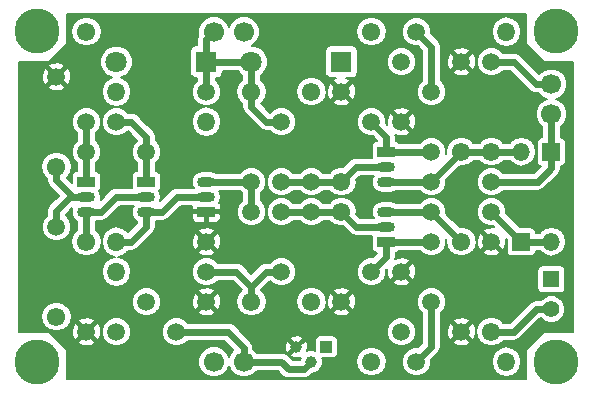
<source format=gtl>
G04 #@! TF.FileFunction,Copper,L1,Top,Signal*
%FSLAX46Y46*%
G04 Gerber Fmt 4.6, Leading zero omitted, Abs format (unit mm)*
G04 Created by KiCad (PCBNEW 4.0.6) date Wed Dec 13 01:07:51 2017*
%MOMM*%
%LPD*%
G01*
G04 APERTURE LIST*
%ADD10C,0.100000*%
%ADD11O,1.500000X0.900000*%
%ADD12R,1.500000X0.900000*%
%ADD13R,1.400000X1.400000*%
%ADD14C,1.400000*%
%ADD15C,3.800000*%
%ADD16C,1.000000*%
%ADD17R,1.000000X1.000000*%
%ADD18C,1.500000*%
%ADD19O,1.600000X1.500000*%
%ADD20O,1.500000X1.600000*%
%ADD21R,1.500000X1.500000*%
%ADD22O,1.500000X1.500000*%
%ADD23C,1.700000*%
%ADD24R,1.800000X1.800000*%
%ADD25C,1.800000*%
%ADD26C,0.600000*%
%ADD27C,0.250000*%
%ADD28C,0.149900*%
G04 APERTURE END LIST*
D10*
D11*
X147320000Y-110490000D03*
X147320000Y-109220000D03*
D12*
X147320000Y-111760000D03*
D11*
X147320000Y-105410000D03*
X147320000Y-106680000D03*
D12*
X147320000Y-104140000D03*
D11*
X132080000Y-107950000D03*
X132080000Y-106680000D03*
D12*
X132080000Y-109220000D03*
D11*
X127000000Y-107950000D03*
X127000000Y-109220000D03*
D12*
X127000000Y-106680000D03*
D11*
X121920000Y-107950000D03*
X121920000Y-109220000D03*
D12*
X121920000Y-106680000D03*
D13*
X161290000Y-114935000D03*
D14*
X161290000Y-117475000D03*
D15*
X117700000Y-121950000D03*
X117700000Y-93950000D03*
X161700000Y-93950000D03*
X161700000Y-121950000D03*
D16*
X140970000Y-121920000D03*
X139700000Y-120650000D03*
D17*
X142240000Y-120650000D03*
D18*
X156210000Y-111760000D03*
D19*
X156210000Y-119380000D03*
D18*
X119380000Y-97790000D03*
D19*
X119380000Y-105410000D03*
D18*
X119380000Y-110490000D03*
D19*
X119380000Y-118110000D03*
D18*
X121920000Y-119380000D03*
D19*
X121920000Y-111760000D03*
D18*
X121920000Y-101600000D03*
D19*
X121920000Y-93980000D03*
D18*
X132080000Y-111760000D03*
D20*
X124460000Y-111760000D03*
D18*
X124460000Y-101600000D03*
D20*
X132080000Y-101600000D03*
D18*
X135890000Y-106680000D03*
D19*
X135890000Y-99060000D03*
D18*
X132080000Y-99060000D03*
D20*
X124460000Y-99060000D03*
D18*
X135890000Y-109220000D03*
D19*
X135890000Y-116840000D03*
D18*
X132080000Y-114300000D03*
D20*
X124460000Y-114300000D03*
D18*
X140970000Y-106680000D03*
D19*
X140970000Y-99060000D03*
D18*
X143510000Y-99060000D03*
D19*
X143510000Y-106680000D03*
D18*
X146050000Y-101600000D03*
D19*
X146050000Y-93980000D03*
D18*
X149860000Y-93980000D03*
D20*
X157480000Y-93980000D03*
D18*
X153670000Y-96520000D03*
D19*
X153670000Y-104140000D03*
D18*
X153670000Y-119380000D03*
D19*
X153670000Y-111760000D03*
D18*
X146050000Y-114300000D03*
D19*
X146050000Y-121920000D03*
D18*
X149860000Y-121920000D03*
D20*
X157480000Y-121920000D03*
D18*
X143510000Y-116840000D03*
D19*
X143510000Y-109220000D03*
D18*
X140970000Y-109220000D03*
D19*
X140970000Y-116840000D03*
D18*
X156210000Y-96520000D03*
D19*
X156210000Y-104140000D03*
D18*
X129540000Y-119380000D03*
X124460000Y-119380000D03*
X121920000Y-104140000D03*
X127000000Y-104140000D03*
X138430000Y-101600000D03*
X138430000Y-106680000D03*
X151130000Y-104140000D03*
X151130000Y-99060000D03*
X156210000Y-106680000D03*
X151130000Y-106680000D03*
X151130000Y-111760000D03*
X151130000Y-116840000D03*
X156210000Y-109220000D03*
X151130000Y-109220000D03*
X138430000Y-109220000D03*
X138430000Y-114300000D03*
X132080000Y-116840000D03*
X127000000Y-116840000D03*
D21*
X161290000Y-104140000D03*
D22*
X161290000Y-111760000D03*
D21*
X158750000Y-111760000D03*
D22*
X158750000Y-104140000D03*
D18*
X148590000Y-101600000D03*
X148590000Y-96520000D03*
X148590000Y-114300000D03*
X148590000Y-119380000D03*
D23*
X135255000Y-93980000D03*
X132715000Y-93980000D03*
X161290000Y-100965000D03*
X161290000Y-98425000D03*
X132715000Y-121920000D03*
X135255000Y-121920000D03*
D24*
X143510000Y-96520000D03*
D25*
X135890000Y-96520000D03*
D24*
X132080000Y-96520000D03*
D25*
X124460000Y-96520000D03*
D26*
X121920000Y-104140000D02*
X121920000Y-106680000D01*
X121920000Y-101600000D02*
X121920000Y-104140000D01*
X121920000Y-104220000D02*
X122000000Y-104140000D01*
D27*
X122000000Y-101680000D02*
X121920000Y-101600000D01*
D26*
X125730000Y-101600000D02*
X124460000Y-101600000D01*
X127000000Y-102870000D02*
X125730000Y-101600000D01*
X127000000Y-104140000D02*
X127000000Y-102870000D01*
X127000000Y-106680000D02*
X127000000Y-104140000D01*
X126920000Y-106600000D02*
X127000000Y-106680000D01*
X147320000Y-104140000D02*
X147320000Y-102870000D01*
X147320000Y-102870000D02*
X146050000Y-101600000D01*
X151130000Y-104140000D02*
X147320000Y-104140000D01*
X151130000Y-99060000D02*
X151130000Y-95250000D01*
X151130000Y-95250000D02*
X149860000Y-93980000D01*
X147320000Y-111760000D02*
X147320000Y-113030000D01*
X147320000Y-113030000D02*
X146050000Y-114300000D01*
X151130000Y-111760000D02*
X147320000Y-111760000D01*
X151130000Y-116840000D02*
X151130000Y-120650000D01*
X151130000Y-120650000D02*
X149860000Y-121920000D01*
X158750000Y-111760000D02*
X161290000Y-111760000D01*
X156130000Y-109220000D02*
X156210000Y-109220000D01*
X156210000Y-109220000D02*
X158750000Y-111760000D01*
X151130000Y-109220000D02*
X153670000Y-111760000D01*
X147320000Y-109220000D02*
X151130000Y-109220000D01*
X158115000Y-119380000D02*
X160020000Y-117475000D01*
X160020000Y-117475000D02*
X161290000Y-117475000D01*
X156210000Y-119380000D02*
X158115000Y-119380000D01*
X156210000Y-96520000D02*
X158115000Y-96520000D01*
X158115000Y-96520000D02*
X160020000Y-98425000D01*
X160020000Y-98425000D02*
X161290000Y-98425000D01*
X135890000Y-106680000D02*
X135890000Y-109220000D01*
X132080000Y-106680000D02*
X135890000Y-106680000D01*
X138430000Y-106680000D02*
X140970000Y-106680000D01*
X140970000Y-106680000D02*
X143510000Y-106680000D01*
X143510000Y-106680000D02*
X144780000Y-105410000D01*
X144780000Y-105410000D02*
X147320000Y-105410000D01*
X138430000Y-109220000D02*
X140970000Y-109220000D01*
X140970000Y-109220000D02*
X143510000Y-109220000D01*
X143510000Y-109220000D02*
X144780000Y-110490000D01*
X144780000Y-110490000D02*
X147320000Y-110490000D01*
X121920000Y-107950000D02*
X120570000Y-107950000D01*
X120570000Y-107950000D02*
X119380000Y-109140000D01*
X119380000Y-109140000D02*
X119380000Y-110490000D01*
X121920000Y-107950000D02*
X120788630Y-107950000D01*
X120788630Y-107950000D02*
X119380000Y-106541370D01*
X119380000Y-106541370D02*
X119380000Y-105410000D01*
X121920000Y-109220000D02*
X121920000Y-111760000D01*
X123190000Y-109220000D02*
X124460000Y-107950000D01*
X124460000Y-107950000D02*
X127000000Y-107950000D01*
X121920000Y-109220000D02*
X123190000Y-109220000D01*
X127000000Y-110490000D02*
X127000000Y-109220000D01*
X125730000Y-111760000D02*
X127000000Y-110490000D01*
X124460000Y-111760000D02*
X125730000Y-111760000D01*
X127000000Y-109220000D02*
X128350000Y-109220000D01*
X129620000Y-107950000D02*
X132080000Y-107950000D01*
X128350000Y-109220000D02*
X129620000Y-107950000D01*
D27*
X127300000Y-109220000D02*
X127000000Y-109220000D01*
D26*
X133917081Y-119380000D02*
X129540000Y-119380000D01*
X135255000Y-121920000D02*
X135255000Y-120717919D01*
X135255000Y-120717919D02*
X133917081Y-119380000D01*
X135255000Y-121920000D02*
X138430000Y-121920000D01*
X139065000Y-122555000D02*
X140335000Y-122555000D01*
X140335000Y-122555000D02*
X140970000Y-121920000D01*
X138430000Y-121920000D02*
X139065000Y-122555000D01*
X132080000Y-96520000D02*
X132080000Y-94615000D01*
X132080000Y-94615000D02*
X132715000Y-93980000D01*
X135890000Y-100330000D02*
X135890000Y-99060000D01*
X137160000Y-101600000D02*
X135890000Y-100330000D01*
X138430000Y-101600000D02*
X137160000Y-101600000D01*
X132080000Y-96520000D02*
X132080000Y-99060000D01*
X135890000Y-99060000D02*
X135890000Y-96520000D01*
X132080000Y-96520000D02*
X135890000Y-96520000D01*
X135890000Y-99060000D02*
X135890000Y-99140000D01*
X161290000Y-100965000D02*
X161290000Y-104140000D01*
X156130000Y-106680000D02*
X160150000Y-106680000D01*
X160150000Y-106680000D02*
X161290000Y-105540000D01*
X161290000Y-105540000D02*
X161290000Y-104140000D01*
X156210000Y-104140000D02*
X158750000Y-104140000D01*
X153670000Y-104140000D02*
X156210000Y-104140000D01*
X151130000Y-106680000D02*
X153670000Y-104140000D01*
X147320000Y-106680000D02*
X151130000Y-106680000D01*
X137160000Y-114300000D02*
X138430000Y-114300000D01*
X135890000Y-115570000D02*
X137160000Y-114300000D01*
X135890000Y-116840000D02*
X135890000Y-115570000D01*
X134620000Y-114300000D02*
X132080000Y-114300000D01*
X135890000Y-115570000D02*
X134620000Y-114300000D01*
X135890000Y-116840000D02*
X135890000Y-116760000D01*
D28*
G36*
X159125050Y-94950000D02*
X159130559Y-94978203D01*
X159147002Y-95002998D01*
X160647002Y-96502998D01*
X160670840Y-96519045D01*
X160700000Y-96524950D01*
X163150050Y-96524950D01*
X163150050Y-119375050D01*
X160700000Y-119375050D01*
X160671797Y-119380559D01*
X160647002Y-119397002D01*
X159147002Y-120897002D01*
X159130955Y-120920840D01*
X159125050Y-120950000D01*
X159125050Y-123400050D01*
X120274950Y-123400050D01*
X120274950Y-120950000D01*
X120269441Y-120921797D01*
X120252998Y-120897002D01*
X119618693Y-120262697D01*
X121214150Y-120262697D01*
X121290743Y-120458846D01*
X121751499Y-120617529D01*
X122237907Y-120587811D01*
X122549257Y-120458846D01*
X122625850Y-120262697D01*
X121920000Y-119556847D01*
X121214150Y-120262697D01*
X119618693Y-120262697D01*
X118752998Y-119397002D01*
X118729160Y-119380955D01*
X118700000Y-119375050D01*
X116249950Y-119375050D01*
X116249950Y-118110000D01*
X118080072Y-118110000D01*
X118173316Y-118578768D01*
X118438852Y-118976170D01*
X118836254Y-119241706D01*
X119305022Y-119334950D01*
X119454978Y-119334950D01*
X119923746Y-119241706D01*
X119968953Y-119211499D01*
X120682471Y-119211499D01*
X120712189Y-119697907D01*
X120841154Y-120009257D01*
X121037303Y-120085850D01*
X121743153Y-119380000D01*
X122096847Y-119380000D01*
X122802697Y-120085850D01*
X122998846Y-120009257D01*
X123132013Y-119622589D01*
X123234838Y-119622589D01*
X123420933Y-120072972D01*
X123765216Y-120417856D01*
X124215273Y-120604737D01*
X124702589Y-120605162D01*
X125152972Y-120419067D01*
X125497856Y-120074784D01*
X125684737Y-119624727D01*
X125684738Y-119622589D01*
X128314838Y-119622589D01*
X128500933Y-120072972D01*
X128845216Y-120417856D01*
X129295273Y-120604737D01*
X129782589Y-120605162D01*
X130232972Y-120419067D01*
X130497550Y-120154950D01*
X133596087Y-120154950D01*
X134371233Y-120930097D01*
X134132417Y-121168496D01*
X133984887Y-121523789D01*
X133838893Y-121170457D01*
X133466504Y-120797417D01*
X132979705Y-120595281D01*
X132452607Y-120594821D01*
X131965457Y-120796107D01*
X131592417Y-121168496D01*
X131390281Y-121655295D01*
X131389821Y-122182393D01*
X131591107Y-122669543D01*
X131963496Y-123042583D01*
X132450295Y-123244719D01*
X132977393Y-123245179D01*
X133464543Y-123043893D01*
X133837583Y-122671504D01*
X133985113Y-122316211D01*
X134131107Y-122669543D01*
X134503496Y-123042583D01*
X134990295Y-123244719D01*
X135517393Y-123245179D01*
X136004543Y-123043893D01*
X136354096Y-122694950D01*
X138109006Y-122694950D01*
X138517028Y-123102973D01*
X138768440Y-123270961D01*
X139065000Y-123329950D01*
X140335000Y-123329950D01*
X140631561Y-123270960D01*
X140882972Y-123102972D01*
X141090889Y-122895055D01*
X141163079Y-122895118D01*
X141521543Y-122747004D01*
X141796040Y-122472986D01*
X141944780Y-122114780D01*
X141944949Y-121920000D01*
X144750072Y-121920000D01*
X144843316Y-122388768D01*
X145108852Y-122786170D01*
X145506254Y-123051706D01*
X145975022Y-123144950D01*
X146124978Y-123144950D01*
X146593746Y-123051706D01*
X146991148Y-122786170D01*
X147256684Y-122388768D01*
X147301673Y-122162589D01*
X148634838Y-122162589D01*
X148820933Y-122612972D01*
X149165216Y-122957856D01*
X149615273Y-123144737D01*
X150102589Y-123145162D01*
X150552972Y-122959067D01*
X150897856Y-122614784D01*
X151084737Y-122164727D01*
X151085015Y-121845022D01*
X156255050Y-121845022D01*
X156255050Y-121994978D01*
X156348294Y-122463746D01*
X156613830Y-122861148D01*
X157011232Y-123126684D01*
X157480000Y-123219928D01*
X157948768Y-123126684D01*
X158346170Y-122861148D01*
X158611706Y-122463746D01*
X158704950Y-121994978D01*
X158704950Y-121845022D01*
X158611706Y-121376254D01*
X158346170Y-120978852D01*
X157948768Y-120713316D01*
X157480000Y-120620072D01*
X157011232Y-120713316D01*
X156613830Y-120978852D01*
X156348294Y-121376254D01*
X156255050Y-121845022D01*
X151085015Y-121845022D01*
X151085063Y-121790881D01*
X151677972Y-121197973D01*
X151800578Y-121014479D01*
X151845960Y-120946561D01*
X151904950Y-120650000D01*
X151904950Y-120262697D01*
X152964150Y-120262697D01*
X153040743Y-120458846D01*
X153501499Y-120617529D01*
X153987907Y-120587811D01*
X154299257Y-120458846D01*
X154375850Y-120262697D01*
X153670000Y-119556847D01*
X152964150Y-120262697D01*
X151904950Y-120262697D01*
X151904950Y-119211499D01*
X152432471Y-119211499D01*
X152462189Y-119697907D01*
X152591154Y-120009257D01*
X152787303Y-120085850D01*
X153493153Y-119380000D01*
X153846847Y-119380000D01*
X154552697Y-120085850D01*
X154748846Y-120009257D01*
X154907529Y-119548501D01*
X154897235Y-119380000D01*
X154910072Y-119380000D01*
X155003316Y-119848768D01*
X155268852Y-120246170D01*
X155666254Y-120511706D01*
X156135022Y-120604950D01*
X156284978Y-120604950D01*
X156753746Y-120511706D01*
X157151148Y-120246170D01*
X157212099Y-120154950D01*
X158115000Y-120154950D01*
X158411561Y-120095960D01*
X158662972Y-119927972D01*
X160340995Y-118249950D01*
X160403416Y-118249950D01*
X160623575Y-118470494D01*
X161055263Y-118649746D01*
X161522687Y-118650154D01*
X161954686Y-118471655D01*
X162285494Y-118141425D01*
X162464746Y-117709737D01*
X162465154Y-117242313D01*
X162286655Y-116810314D01*
X161956425Y-116479506D01*
X161524737Y-116300254D01*
X161057313Y-116299846D01*
X160625314Y-116478345D01*
X160403221Y-116700050D01*
X160020000Y-116700050D01*
X159723440Y-116759039D01*
X159472028Y-116927027D01*
X157794006Y-118605050D01*
X157212099Y-118605050D01*
X157151148Y-118513830D01*
X156753746Y-118248294D01*
X156284978Y-118155050D01*
X156135022Y-118155050D01*
X155666254Y-118248294D01*
X155268852Y-118513830D01*
X155003316Y-118911232D01*
X154910072Y-119380000D01*
X154897235Y-119380000D01*
X154877811Y-119062093D01*
X154748846Y-118750743D01*
X154552697Y-118674150D01*
X153846847Y-119380000D01*
X153493153Y-119380000D01*
X152787303Y-118674150D01*
X152591154Y-118750743D01*
X152432471Y-119211499D01*
X151904950Y-119211499D01*
X151904950Y-118497303D01*
X152964150Y-118497303D01*
X153670000Y-119203153D01*
X154375850Y-118497303D01*
X154299257Y-118301154D01*
X153838501Y-118142471D01*
X153352093Y-118172189D01*
X153040743Y-118301154D01*
X152964150Y-118497303D01*
X151904950Y-118497303D01*
X151904950Y-117797232D01*
X152167856Y-117534784D01*
X152354737Y-117084727D01*
X152355162Y-116597411D01*
X152169067Y-116147028D01*
X151824784Y-115802144D01*
X151374727Y-115615263D01*
X150887411Y-115614838D01*
X150437028Y-115800933D01*
X150092144Y-116145216D01*
X149905263Y-116595273D01*
X149904838Y-117082589D01*
X150090933Y-117532972D01*
X150355050Y-117797550D01*
X150355050Y-120329005D01*
X149988893Y-120695162D01*
X149617411Y-120694838D01*
X149167028Y-120880933D01*
X148822144Y-121225216D01*
X148635263Y-121675273D01*
X148634838Y-122162589D01*
X147301673Y-122162589D01*
X147349928Y-121920000D01*
X147256684Y-121451232D01*
X146991148Y-121053830D01*
X146593746Y-120788294D01*
X146124978Y-120695050D01*
X145975022Y-120695050D01*
X145506254Y-120788294D01*
X145108852Y-121053830D01*
X144843316Y-121451232D01*
X144750072Y-121920000D01*
X141944949Y-121920000D01*
X141945118Y-121726921D01*
X141906829Y-121634254D01*
X142740000Y-121634254D01*
X142916006Y-121601136D01*
X143077656Y-121497117D01*
X143186102Y-121338402D01*
X143224254Y-121150000D01*
X143224254Y-120150000D01*
X143191136Y-119973994D01*
X143087117Y-119812344D01*
X142928402Y-119703898D01*
X142740000Y-119665746D01*
X141740000Y-119665746D01*
X141563994Y-119698864D01*
X141402344Y-119802883D01*
X141293898Y-119961598D01*
X141255746Y-120150000D01*
X141255746Y-120982992D01*
X141164780Y-120945220D01*
X140776921Y-120944882D01*
X140607136Y-121015036D01*
X140688098Y-120758617D01*
X140654450Y-120372220D01*
X140571317Y-120171521D01*
X140401014Y-120125833D01*
X139876847Y-120650000D01*
X139890990Y-120664143D01*
X139714143Y-120840990D01*
X139700000Y-120826847D01*
X139175833Y-121351014D01*
X139221521Y-121521317D01*
X139591383Y-121638098D01*
X139977780Y-121604450D01*
X140059408Y-121570638D01*
X139995220Y-121725220D01*
X139995172Y-121780050D01*
X139385995Y-121780050D01*
X138977972Y-121372028D01*
X138819127Y-121265891D01*
X138726561Y-121204040D01*
X138430000Y-121145050D01*
X136353530Y-121145050D01*
X136029950Y-120820904D01*
X136029950Y-120717919D01*
X135994835Y-120541383D01*
X138711902Y-120541383D01*
X138745550Y-120927780D01*
X138828683Y-121128479D01*
X138998986Y-121174167D01*
X139523153Y-120650000D01*
X138998986Y-120125833D01*
X138828683Y-120171521D01*
X138711902Y-120541383D01*
X135994835Y-120541383D01*
X135970960Y-120421358D01*
X135804024Y-120171521D01*
X135802972Y-120169946D01*
X135582012Y-119948986D01*
X139175833Y-119948986D01*
X139700000Y-120473153D01*
X140224167Y-119948986D01*
X140178479Y-119778683D01*
X139808617Y-119661902D01*
X139422220Y-119695550D01*
X139221521Y-119778683D01*
X139175833Y-119948986D01*
X135582012Y-119948986D01*
X135255615Y-119622589D01*
X147364838Y-119622589D01*
X147550933Y-120072972D01*
X147895216Y-120417856D01*
X148345273Y-120604737D01*
X148832589Y-120605162D01*
X149282972Y-120419067D01*
X149627856Y-120074784D01*
X149814737Y-119624727D01*
X149815162Y-119137411D01*
X149629067Y-118687028D01*
X149284784Y-118342144D01*
X148834727Y-118155263D01*
X148347411Y-118154838D01*
X147897028Y-118340933D01*
X147552144Y-118685216D01*
X147365263Y-119135273D01*
X147364838Y-119622589D01*
X135255615Y-119622589D01*
X134465053Y-118832028D01*
X134213642Y-118664040D01*
X133917081Y-118605050D01*
X130497232Y-118605050D01*
X130234784Y-118342144D01*
X129784727Y-118155263D01*
X129297411Y-118154838D01*
X128847028Y-118340933D01*
X128502144Y-118685216D01*
X128315263Y-119135273D01*
X128314838Y-119622589D01*
X125684738Y-119622589D01*
X125685162Y-119137411D01*
X125499067Y-118687028D01*
X125154784Y-118342144D01*
X124704727Y-118155263D01*
X124217411Y-118154838D01*
X123767028Y-118340933D01*
X123422144Y-118685216D01*
X123235263Y-119135273D01*
X123234838Y-119622589D01*
X123132013Y-119622589D01*
X123157529Y-119548501D01*
X123127811Y-119062093D01*
X122998846Y-118750743D01*
X122802697Y-118674150D01*
X122096847Y-119380000D01*
X121743153Y-119380000D01*
X121037303Y-118674150D01*
X120841154Y-118750743D01*
X120682471Y-119211499D01*
X119968953Y-119211499D01*
X120321148Y-118976170D01*
X120586684Y-118578768D01*
X120602888Y-118497303D01*
X121214150Y-118497303D01*
X121920000Y-119203153D01*
X122625850Y-118497303D01*
X122549257Y-118301154D01*
X122088501Y-118142471D01*
X121602093Y-118172189D01*
X121290743Y-118301154D01*
X121214150Y-118497303D01*
X120602888Y-118497303D01*
X120679928Y-118110000D01*
X120586684Y-117641232D01*
X120321148Y-117243830D01*
X120079835Y-117082589D01*
X125774838Y-117082589D01*
X125960933Y-117532972D01*
X126305216Y-117877856D01*
X126755273Y-118064737D01*
X127242589Y-118065162D01*
X127692972Y-117879067D01*
X127849614Y-117722697D01*
X131374150Y-117722697D01*
X131450743Y-117918846D01*
X131911499Y-118077529D01*
X132397907Y-118047811D01*
X132709257Y-117918846D01*
X132785850Y-117722697D01*
X132080000Y-117016847D01*
X131374150Y-117722697D01*
X127849614Y-117722697D01*
X128037856Y-117534784D01*
X128224737Y-117084727D01*
X128225097Y-116671499D01*
X130842471Y-116671499D01*
X130872189Y-117157907D01*
X131001154Y-117469257D01*
X131197303Y-117545850D01*
X131903153Y-116840000D01*
X132256847Y-116840000D01*
X132962697Y-117545850D01*
X133158846Y-117469257D01*
X133317529Y-117008501D01*
X133287811Y-116522093D01*
X133158846Y-116210743D01*
X132962697Y-116134150D01*
X132256847Y-116840000D01*
X131903153Y-116840000D01*
X131197303Y-116134150D01*
X131001154Y-116210743D01*
X130842471Y-116671499D01*
X128225097Y-116671499D01*
X128225162Y-116597411D01*
X128039067Y-116147028D01*
X127849673Y-115957303D01*
X131374150Y-115957303D01*
X132080000Y-116663153D01*
X132785850Y-115957303D01*
X132709257Y-115761154D01*
X132248501Y-115602471D01*
X131762093Y-115632189D01*
X131450743Y-115761154D01*
X131374150Y-115957303D01*
X127849673Y-115957303D01*
X127694784Y-115802144D01*
X127244727Y-115615263D01*
X126757411Y-115614838D01*
X126307028Y-115800933D01*
X125962144Y-116145216D01*
X125775263Y-116595273D01*
X125774838Y-117082589D01*
X120079835Y-117082589D01*
X119923746Y-116978294D01*
X119454978Y-116885050D01*
X119305022Y-116885050D01*
X118836254Y-116978294D01*
X118438852Y-117243830D01*
X118173316Y-117641232D01*
X118080072Y-118110000D01*
X116249950Y-118110000D01*
X116249950Y-105410000D01*
X118080072Y-105410000D01*
X118173316Y-105878768D01*
X118438852Y-106276170D01*
X118605050Y-106387220D01*
X118605050Y-106541370D01*
X118664040Y-106837931D01*
X118756670Y-106976561D01*
X118832028Y-107089342D01*
X119583371Y-107840685D01*
X118832028Y-108592028D01*
X118664040Y-108843439D01*
X118605050Y-109140000D01*
X118605050Y-109532768D01*
X118342144Y-109795216D01*
X118155263Y-110245273D01*
X118154838Y-110732589D01*
X118340933Y-111182972D01*
X118685216Y-111527856D01*
X119135273Y-111714737D01*
X119622589Y-111715162D01*
X120072972Y-111529067D01*
X120417856Y-111184784D01*
X120604737Y-110734727D01*
X120605162Y-110247411D01*
X120419067Y-109797028D01*
X120154950Y-109532450D01*
X120154950Y-109460994D01*
X120739363Y-108876581D01*
X120671052Y-109220000D01*
X120741460Y-109573963D01*
X120941964Y-109874038D01*
X121145050Y-110009736D01*
X121145050Y-110782780D01*
X120978852Y-110893830D01*
X120713316Y-111291232D01*
X120620072Y-111760000D01*
X120713316Y-112228768D01*
X120978852Y-112626170D01*
X121376254Y-112891706D01*
X121845022Y-112984950D01*
X121994978Y-112984950D01*
X122463746Y-112891706D01*
X122861148Y-112626170D01*
X123126684Y-112228768D01*
X123219928Y-111760000D01*
X123126684Y-111291232D01*
X122861148Y-110893830D01*
X122694950Y-110782780D01*
X122694950Y-110009736D01*
X122717079Y-109994950D01*
X123190000Y-109994950D01*
X123486561Y-109935960D01*
X123737972Y-109767972D01*
X124780995Y-108724950D01*
X125915731Y-108724950D01*
X125821460Y-108866037D01*
X125751052Y-109220000D01*
X125821460Y-109573963D01*
X126021964Y-109874038D01*
X126225050Y-110009736D01*
X126225050Y-110169005D01*
X125425919Y-110968137D01*
X125326170Y-110818852D01*
X124928768Y-110553316D01*
X124460000Y-110460072D01*
X123991232Y-110553316D01*
X123593830Y-110818852D01*
X123328294Y-111216254D01*
X123235050Y-111685022D01*
X123235050Y-111834978D01*
X123328294Y-112303746D01*
X123593830Y-112701148D01*
X123991232Y-112966684D01*
X124309542Y-113030000D01*
X123991232Y-113093316D01*
X123593830Y-113358852D01*
X123328294Y-113756254D01*
X123235050Y-114225022D01*
X123235050Y-114374978D01*
X123328294Y-114843746D01*
X123593830Y-115241148D01*
X123991232Y-115506684D01*
X124460000Y-115599928D01*
X124928768Y-115506684D01*
X125326170Y-115241148D01*
X125591706Y-114843746D01*
X125651610Y-114542589D01*
X130854838Y-114542589D01*
X131040933Y-114992972D01*
X131385216Y-115337856D01*
X131835273Y-115524737D01*
X132322589Y-115525162D01*
X132772972Y-115339067D01*
X133037550Y-115074950D01*
X134299006Y-115074950D01*
X135098136Y-115874081D01*
X134948852Y-115973830D01*
X134683316Y-116371232D01*
X134590072Y-116840000D01*
X134683316Y-117308768D01*
X134948852Y-117706170D01*
X135346254Y-117971706D01*
X135815022Y-118064950D01*
X135964978Y-118064950D01*
X136433746Y-117971706D01*
X136831148Y-117706170D01*
X137096684Y-117308768D01*
X137189928Y-116840000D01*
X139670072Y-116840000D01*
X139763316Y-117308768D01*
X140028852Y-117706170D01*
X140426254Y-117971706D01*
X140895022Y-118064950D01*
X141044978Y-118064950D01*
X141513746Y-117971706D01*
X141886413Y-117722697D01*
X142804150Y-117722697D01*
X142880743Y-117918846D01*
X143341499Y-118077529D01*
X143827907Y-118047811D01*
X144139257Y-117918846D01*
X144215850Y-117722697D01*
X143510000Y-117016847D01*
X142804150Y-117722697D01*
X141886413Y-117722697D01*
X141911148Y-117706170D01*
X142176684Y-117308768D01*
X142269928Y-116840000D01*
X142236411Y-116671499D01*
X142272471Y-116671499D01*
X142302189Y-117157907D01*
X142431154Y-117469257D01*
X142627303Y-117545850D01*
X143333153Y-116840000D01*
X143686847Y-116840000D01*
X144392697Y-117545850D01*
X144588846Y-117469257D01*
X144747529Y-117008501D01*
X144717811Y-116522093D01*
X144588846Y-116210743D01*
X144392697Y-116134150D01*
X143686847Y-116840000D01*
X143333153Y-116840000D01*
X142627303Y-116134150D01*
X142431154Y-116210743D01*
X142272471Y-116671499D01*
X142236411Y-116671499D01*
X142176684Y-116371232D01*
X141911148Y-115973830D01*
X141886414Y-115957303D01*
X142804150Y-115957303D01*
X143510000Y-116663153D01*
X144215850Y-115957303D01*
X144139257Y-115761154D01*
X143678501Y-115602471D01*
X143192093Y-115632189D01*
X142880743Y-115761154D01*
X142804150Y-115957303D01*
X141886414Y-115957303D01*
X141513746Y-115708294D01*
X141044978Y-115615050D01*
X140895022Y-115615050D01*
X140426254Y-115708294D01*
X140028852Y-115973830D01*
X139763316Y-116371232D01*
X139670072Y-116840000D01*
X137189928Y-116840000D01*
X137096684Y-116371232D01*
X136831148Y-115973830D01*
X136681863Y-115874081D01*
X137476878Y-115079067D01*
X137735216Y-115337856D01*
X138185273Y-115524737D01*
X138672589Y-115525162D01*
X139122972Y-115339067D01*
X139467856Y-114994784D01*
X139654737Y-114544727D01*
X139655162Y-114057411D01*
X139469067Y-113607028D01*
X139124784Y-113262144D01*
X138674727Y-113075263D01*
X138187411Y-113074838D01*
X137737028Y-113260933D01*
X137472450Y-113525050D01*
X137160000Y-113525050D01*
X136863439Y-113584040D01*
X136612027Y-113752028D01*
X135890000Y-114474055D01*
X135167972Y-113752028D01*
X135158891Y-113745960D01*
X134916561Y-113584040D01*
X134620000Y-113525050D01*
X133037232Y-113525050D01*
X132774784Y-113262144D01*
X132324727Y-113075263D01*
X131837411Y-113074838D01*
X131387028Y-113260933D01*
X131042144Y-113605216D01*
X130855263Y-114055273D01*
X130854838Y-114542589D01*
X125651610Y-114542589D01*
X125684950Y-114374978D01*
X125684950Y-114225022D01*
X125591706Y-113756254D01*
X125326170Y-113358852D01*
X124928768Y-113093316D01*
X124610458Y-113030000D01*
X124928768Y-112966684D01*
X125326170Y-112701148D01*
X125365225Y-112642697D01*
X131374150Y-112642697D01*
X131450743Y-112838846D01*
X131911499Y-112997529D01*
X132397907Y-112967811D01*
X132709257Y-112838846D01*
X132785850Y-112642697D01*
X132080000Y-111936847D01*
X131374150Y-112642697D01*
X125365225Y-112642697D01*
X125437220Y-112534950D01*
X125730000Y-112534950D01*
X126026561Y-112475960D01*
X126277972Y-112307972D01*
X126994445Y-111591499D01*
X130842471Y-111591499D01*
X130872189Y-112077907D01*
X131001154Y-112389257D01*
X131197303Y-112465850D01*
X131903153Y-111760000D01*
X132256847Y-111760000D01*
X132962697Y-112465850D01*
X133158846Y-112389257D01*
X133317529Y-111928501D01*
X133287811Y-111442093D01*
X133158846Y-111130743D01*
X132962697Y-111054150D01*
X132256847Y-111760000D01*
X131903153Y-111760000D01*
X131197303Y-111054150D01*
X131001154Y-111130743D01*
X130842471Y-111591499D01*
X126994445Y-111591499D01*
X127547972Y-111037973D01*
X127655328Y-110877303D01*
X131374150Y-110877303D01*
X132080000Y-111583153D01*
X132785850Y-110877303D01*
X132709257Y-110681154D01*
X132248501Y-110522471D01*
X131762093Y-110552189D01*
X131450743Y-110681154D01*
X131374150Y-110877303D01*
X127655328Y-110877303D01*
X127664285Y-110863898D01*
X127715960Y-110786561D01*
X127774950Y-110490000D01*
X127774950Y-110009736D01*
X127797079Y-109994950D01*
X128350000Y-109994950D01*
X128646561Y-109935960D01*
X128897972Y-109767972D01*
X129202157Y-109463787D01*
X130855050Y-109463787D01*
X130855050Y-109764473D01*
X130927357Y-109939037D01*
X131060962Y-110072643D01*
X131235526Y-110144950D01*
X131836213Y-110144950D01*
X131954950Y-110026213D01*
X131954950Y-109345050D01*
X132205050Y-109345050D01*
X132205050Y-110026213D01*
X132323787Y-110144950D01*
X132924474Y-110144950D01*
X133099038Y-110072643D01*
X133232643Y-109939037D01*
X133304950Y-109764473D01*
X133304950Y-109463787D01*
X133186213Y-109345050D01*
X132205050Y-109345050D01*
X131954950Y-109345050D01*
X130973787Y-109345050D01*
X130855050Y-109463787D01*
X129202157Y-109463787D01*
X129940995Y-108724950D01*
X130855050Y-108724950D01*
X130855050Y-108976213D01*
X130973787Y-109094950D01*
X131954950Y-109094950D01*
X131954950Y-109074950D01*
X132205050Y-109074950D01*
X132205050Y-109094950D01*
X133186213Y-109094950D01*
X133304950Y-108976213D01*
X133304950Y-108675527D01*
X133232643Y-108500963D01*
X133169260Y-108437580D01*
X133258540Y-108303963D01*
X133328948Y-107950000D01*
X133258540Y-107596037D01*
X133164269Y-107454950D01*
X134932768Y-107454950D01*
X135115050Y-107637550D01*
X135115050Y-108262768D01*
X134852144Y-108525216D01*
X134665263Y-108975273D01*
X134664838Y-109462589D01*
X134850933Y-109912972D01*
X135195216Y-110257856D01*
X135645273Y-110444737D01*
X136132589Y-110445162D01*
X136582972Y-110259067D01*
X136927856Y-109914784D01*
X137114737Y-109464727D01*
X137114738Y-109462589D01*
X137204838Y-109462589D01*
X137390933Y-109912972D01*
X137735216Y-110257856D01*
X138185273Y-110444737D01*
X138672589Y-110445162D01*
X139122972Y-110259067D01*
X139387550Y-109994950D01*
X140012768Y-109994950D01*
X140275216Y-110257856D01*
X140725273Y-110444737D01*
X141212589Y-110445162D01*
X141662972Y-110259067D01*
X141927550Y-109994950D01*
X142507901Y-109994950D01*
X142568852Y-110086170D01*
X142966254Y-110351706D01*
X143435022Y-110444950D01*
X143584978Y-110444950D01*
X143630042Y-110435986D01*
X144232027Y-111037972D01*
X144272801Y-111065216D01*
X144483439Y-111205960D01*
X144780000Y-111264950D01*
X146094869Y-111264950D01*
X146085746Y-111310000D01*
X146085746Y-112210000D01*
X146118864Y-112386006D01*
X146222883Y-112547656D01*
X146381598Y-112656102D01*
X146545050Y-112689202D01*
X146545050Y-112709005D01*
X146178893Y-113075162D01*
X145807411Y-113074838D01*
X145357028Y-113260933D01*
X145012144Y-113605216D01*
X144825263Y-114055273D01*
X144824838Y-114542589D01*
X145010933Y-114992972D01*
X145355216Y-115337856D01*
X145805273Y-115524737D01*
X146292589Y-115525162D01*
X146742972Y-115339067D01*
X146899614Y-115182697D01*
X147884150Y-115182697D01*
X147960743Y-115378846D01*
X148421499Y-115537529D01*
X148907907Y-115507811D01*
X149219257Y-115378846D01*
X149295850Y-115182697D01*
X148590000Y-114476847D01*
X147884150Y-115182697D01*
X146899614Y-115182697D01*
X147087856Y-114994784D01*
X147274737Y-114544727D01*
X147275063Y-114170881D01*
X147372446Y-114073498D01*
X147352471Y-114131499D01*
X147382189Y-114617907D01*
X147511154Y-114929257D01*
X147707303Y-115005850D01*
X148413153Y-114300000D01*
X148766847Y-114300000D01*
X149472697Y-115005850D01*
X149668846Y-114929257D01*
X149827529Y-114468501D01*
X149813263Y-114235000D01*
X160105746Y-114235000D01*
X160105746Y-115635000D01*
X160138864Y-115811006D01*
X160242883Y-115972656D01*
X160401598Y-116081102D01*
X160590000Y-116119254D01*
X161990000Y-116119254D01*
X162166006Y-116086136D01*
X162327656Y-115982117D01*
X162436102Y-115823402D01*
X162474254Y-115635000D01*
X162474254Y-114235000D01*
X162441136Y-114058994D01*
X162337117Y-113897344D01*
X162178402Y-113788898D01*
X161990000Y-113750746D01*
X160590000Y-113750746D01*
X160413994Y-113783864D01*
X160252344Y-113887883D01*
X160143898Y-114046598D01*
X160105746Y-114235000D01*
X149813263Y-114235000D01*
X149797811Y-113982093D01*
X149668846Y-113670743D01*
X149472697Y-113594150D01*
X148766847Y-114300000D01*
X148413153Y-114300000D01*
X148399011Y-114285858D01*
X148575858Y-114109011D01*
X148590000Y-114123153D01*
X149295850Y-113417303D01*
X149219257Y-113221154D01*
X148758501Y-113062471D01*
X148272093Y-113092189D01*
X148065563Y-113177736D01*
X148094950Y-113030000D01*
X148094950Y-112689559D01*
X148246006Y-112661136D01*
X148407656Y-112557117D01*
X148422802Y-112534950D01*
X150172768Y-112534950D01*
X150435216Y-112797856D01*
X150885273Y-112984737D01*
X151372589Y-112985162D01*
X151822972Y-112799067D01*
X152167856Y-112454784D01*
X152354737Y-112004727D01*
X152355141Y-111541086D01*
X152403915Y-111589860D01*
X152370072Y-111760000D01*
X152463316Y-112228768D01*
X152728852Y-112626170D01*
X153126254Y-112891706D01*
X153595022Y-112984950D01*
X153744978Y-112984950D01*
X154213746Y-112891706D01*
X154586413Y-112642697D01*
X155504150Y-112642697D01*
X155580743Y-112838846D01*
X156041499Y-112997529D01*
X156527907Y-112967811D01*
X156839257Y-112838846D01*
X156915850Y-112642697D01*
X156210000Y-111936847D01*
X155504150Y-112642697D01*
X154586413Y-112642697D01*
X154611148Y-112626170D01*
X154876684Y-112228768D01*
X154969928Y-111760000D01*
X154936411Y-111591499D01*
X154972471Y-111591499D01*
X155002189Y-112077907D01*
X155131154Y-112389257D01*
X155327303Y-112465850D01*
X156033153Y-111760000D01*
X155327303Y-111054150D01*
X155131154Y-111130743D01*
X154972471Y-111591499D01*
X154936411Y-111591499D01*
X154876684Y-111291232D01*
X154611148Y-110893830D01*
X154213746Y-110628294D01*
X153744978Y-110535050D01*
X153595022Y-110535050D01*
X153549958Y-110544014D01*
X152468533Y-109462589D01*
X154984838Y-109462589D01*
X155170933Y-109912972D01*
X155515216Y-110257856D01*
X155965273Y-110444737D01*
X156339119Y-110445063D01*
X156436502Y-110542446D01*
X156378501Y-110522471D01*
X155892093Y-110552189D01*
X155580743Y-110681154D01*
X155504150Y-110877303D01*
X156210000Y-111583153D01*
X156224143Y-111569011D01*
X156400990Y-111745858D01*
X156386847Y-111760000D01*
X157092697Y-112465850D01*
X157288846Y-112389257D01*
X157447529Y-111928501D01*
X157423125Y-111529070D01*
X157515746Y-111621691D01*
X157515746Y-112510000D01*
X157548864Y-112686006D01*
X157652883Y-112847656D01*
X157811598Y-112956102D01*
X158000000Y-112994254D01*
X159500000Y-112994254D01*
X159676006Y-112961136D01*
X159837656Y-112857117D01*
X159946102Y-112698402D01*
X159979202Y-112534950D01*
X160346844Y-112534950D01*
X160423830Y-112650168D01*
X160821232Y-112915704D01*
X161290000Y-113008948D01*
X161758768Y-112915704D01*
X162156170Y-112650168D01*
X162421706Y-112252766D01*
X162514950Y-111783998D01*
X162514950Y-111736002D01*
X162421706Y-111267234D01*
X162156170Y-110869832D01*
X161758768Y-110604296D01*
X161290000Y-110511052D01*
X160821232Y-110604296D01*
X160423830Y-110869832D01*
X160346844Y-110985050D01*
X159979559Y-110985050D01*
X159951136Y-110833994D01*
X159847117Y-110672344D01*
X159688402Y-110563898D01*
X159500000Y-110525746D01*
X158611691Y-110525746D01*
X157434838Y-109348894D01*
X157435162Y-108977411D01*
X157249067Y-108527028D01*
X156904784Y-108182144D01*
X156454727Y-107995263D01*
X155967411Y-107994838D01*
X155517028Y-108180933D01*
X155172144Y-108525216D01*
X154985263Y-108975273D01*
X154984838Y-109462589D01*
X152468533Y-109462589D01*
X152354838Y-109348894D01*
X152355162Y-108977411D01*
X152169067Y-108527028D01*
X151824784Y-108182144D01*
X151374727Y-107995263D01*
X150887411Y-107994838D01*
X150437028Y-108180933D01*
X150172450Y-108445050D01*
X148117079Y-108445050D01*
X147997961Y-108365458D01*
X147643998Y-108295050D01*
X146996002Y-108295050D01*
X146642039Y-108365458D01*
X146341964Y-108565962D01*
X146141460Y-108866037D01*
X146071052Y-109220000D01*
X146141460Y-109573963D01*
X146235731Y-109715050D01*
X145100995Y-109715050D01*
X144776085Y-109390140D01*
X144809928Y-109220000D01*
X144716684Y-108751232D01*
X144451148Y-108353830D01*
X144053746Y-108088294D01*
X143584978Y-107995050D01*
X143435022Y-107995050D01*
X142966254Y-108088294D01*
X142568852Y-108353830D01*
X142507901Y-108445050D01*
X141927232Y-108445050D01*
X141664784Y-108182144D01*
X141214727Y-107995263D01*
X140727411Y-107994838D01*
X140277028Y-108180933D01*
X140012450Y-108445050D01*
X139387232Y-108445050D01*
X139124784Y-108182144D01*
X138674727Y-107995263D01*
X138187411Y-107994838D01*
X137737028Y-108180933D01*
X137392144Y-108525216D01*
X137205263Y-108975273D01*
X137204838Y-109462589D01*
X137114738Y-109462589D01*
X137115162Y-108977411D01*
X136929067Y-108527028D01*
X136664950Y-108262450D01*
X136664950Y-107637232D01*
X136927856Y-107374784D01*
X137114737Y-106924727D01*
X137114738Y-106922589D01*
X137204838Y-106922589D01*
X137390933Y-107372972D01*
X137735216Y-107717856D01*
X138185273Y-107904737D01*
X138672589Y-107905162D01*
X139122972Y-107719067D01*
X139387550Y-107454950D01*
X140012768Y-107454950D01*
X140275216Y-107717856D01*
X140725273Y-107904737D01*
X141212589Y-107905162D01*
X141662972Y-107719067D01*
X141927550Y-107454950D01*
X142507901Y-107454950D01*
X142568852Y-107546170D01*
X142966254Y-107811706D01*
X143435022Y-107904950D01*
X143584978Y-107904950D01*
X144053746Y-107811706D01*
X144451148Y-107546170D01*
X144716684Y-107148768D01*
X144809928Y-106680000D01*
X144776085Y-106509860D01*
X145100995Y-106184950D01*
X146235731Y-106184950D01*
X146141460Y-106326037D01*
X146071052Y-106680000D01*
X146141460Y-107033963D01*
X146341964Y-107334038D01*
X146642039Y-107534542D01*
X146996002Y-107604950D01*
X147643998Y-107604950D01*
X147997961Y-107534542D01*
X148117079Y-107454950D01*
X150172768Y-107454950D01*
X150435216Y-107717856D01*
X150885273Y-107904737D01*
X151372589Y-107905162D01*
X151822972Y-107719067D01*
X152167856Y-107374784D01*
X152354737Y-106924727D01*
X152355063Y-106550881D01*
X153549958Y-105355986D01*
X153595022Y-105364950D01*
X153744978Y-105364950D01*
X154213746Y-105271706D01*
X154611148Y-105006170D01*
X154672099Y-104914950D01*
X155207901Y-104914950D01*
X155268852Y-105006170D01*
X155666254Y-105271706D01*
X156135022Y-105364950D01*
X156284978Y-105364950D01*
X156753746Y-105271706D01*
X157151148Y-105006170D01*
X157212099Y-104914950D01*
X157806844Y-104914950D01*
X157883830Y-105030168D01*
X158281232Y-105295704D01*
X158750000Y-105388948D01*
X159218768Y-105295704D01*
X159616170Y-105030168D01*
X159881706Y-104632766D01*
X159974950Y-104163998D01*
X159974950Y-104116002D01*
X159881706Y-103647234D01*
X159616170Y-103249832D01*
X159218768Y-102984296D01*
X158750000Y-102891052D01*
X158281232Y-102984296D01*
X157883830Y-103249832D01*
X157806844Y-103365050D01*
X157212099Y-103365050D01*
X157151148Y-103273830D01*
X156753746Y-103008294D01*
X156284978Y-102915050D01*
X156135022Y-102915050D01*
X155666254Y-103008294D01*
X155268852Y-103273830D01*
X155207901Y-103365050D01*
X154672099Y-103365050D01*
X154611148Y-103273830D01*
X154213746Y-103008294D01*
X153744978Y-102915050D01*
X153595022Y-102915050D01*
X153126254Y-103008294D01*
X152728852Y-103273830D01*
X152463316Y-103671232D01*
X152370072Y-104140000D01*
X152403915Y-104310140D01*
X152354759Y-104359296D01*
X152355162Y-103897411D01*
X152169067Y-103447028D01*
X151824784Y-103102144D01*
X151374727Y-102915263D01*
X150887411Y-102914838D01*
X150437028Y-103100933D01*
X150172450Y-103365050D01*
X148425293Y-103365050D01*
X148417117Y-103352344D01*
X148258402Y-103243898D01*
X148094950Y-103210798D01*
X148094950Y-102870000D01*
X148064001Y-102714408D01*
X148421499Y-102837529D01*
X148907907Y-102807811D01*
X149219257Y-102678846D01*
X149295850Y-102482697D01*
X148590000Y-101776847D01*
X148575858Y-101790990D01*
X148399011Y-101614143D01*
X148413153Y-101600000D01*
X148766847Y-101600000D01*
X149472697Y-102305850D01*
X149668846Y-102229257D01*
X149827529Y-101768501D01*
X149797811Y-101282093D01*
X149668846Y-100970743D01*
X149472697Y-100894150D01*
X148766847Y-101600000D01*
X148413153Y-101600000D01*
X147707303Y-100894150D01*
X147511154Y-100970743D01*
X147352471Y-101431499D01*
X147376875Y-101830930D01*
X147274838Y-101728893D01*
X147275162Y-101357411D01*
X147089067Y-100907028D01*
X146899673Y-100717303D01*
X147884150Y-100717303D01*
X148590000Y-101423153D01*
X149295850Y-100717303D01*
X149219257Y-100521154D01*
X148758501Y-100362471D01*
X148272093Y-100392189D01*
X147960743Y-100521154D01*
X147884150Y-100717303D01*
X146899673Y-100717303D01*
X146744784Y-100562144D01*
X146294727Y-100375263D01*
X145807411Y-100374838D01*
X145357028Y-100560933D01*
X145012144Y-100905216D01*
X144825263Y-101355273D01*
X144824838Y-101842589D01*
X145010933Y-102292972D01*
X145355216Y-102637856D01*
X145805273Y-102824737D01*
X146179119Y-102825063D01*
X146545050Y-103190995D01*
X146545050Y-103210441D01*
X146393994Y-103238864D01*
X146232344Y-103342883D01*
X146123898Y-103501598D01*
X146085746Y-103690000D01*
X146085746Y-104590000D01*
X146094223Y-104635050D01*
X144780000Y-104635050D01*
X144483439Y-104694040D01*
X144377164Y-104765051D01*
X144232027Y-104862028D01*
X143630042Y-105464014D01*
X143584978Y-105455050D01*
X143435022Y-105455050D01*
X142966254Y-105548294D01*
X142568852Y-105813830D01*
X142507901Y-105905050D01*
X141927232Y-105905050D01*
X141664784Y-105642144D01*
X141214727Y-105455263D01*
X140727411Y-105454838D01*
X140277028Y-105640933D01*
X140012450Y-105905050D01*
X139387232Y-105905050D01*
X139124784Y-105642144D01*
X138674727Y-105455263D01*
X138187411Y-105454838D01*
X137737028Y-105640933D01*
X137392144Y-105985216D01*
X137205263Y-106435273D01*
X137204838Y-106922589D01*
X137114738Y-106922589D01*
X137115162Y-106437411D01*
X136929067Y-105987028D01*
X136584784Y-105642144D01*
X136134727Y-105455263D01*
X135647411Y-105454838D01*
X135197028Y-105640933D01*
X134932450Y-105905050D01*
X132877079Y-105905050D01*
X132757961Y-105825458D01*
X132403998Y-105755050D01*
X131756002Y-105755050D01*
X131402039Y-105825458D01*
X131101964Y-106025962D01*
X130901460Y-106326037D01*
X130831052Y-106680000D01*
X130901460Y-107033963D01*
X130995731Y-107175050D01*
X129620000Y-107175050D01*
X129323439Y-107234040D01*
X129215735Y-107306006D01*
X129072027Y-107402028D01*
X128180638Y-108293418D01*
X128248948Y-107950000D01*
X128178540Y-107596037D01*
X128093432Y-107468664D01*
X128196102Y-107318402D01*
X128234254Y-107130000D01*
X128234254Y-106230000D01*
X128201136Y-106053994D01*
X128097117Y-105892344D01*
X127938402Y-105783898D01*
X127774950Y-105750798D01*
X127774950Y-105097232D01*
X128037856Y-104834784D01*
X128224737Y-104384727D01*
X128225162Y-103897411D01*
X128039067Y-103447028D01*
X127774950Y-103182450D01*
X127774950Y-102870000D01*
X127715960Y-102573439D01*
X127631966Y-102447734D01*
X127547972Y-102322027D01*
X126750967Y-101525022D01*
X130855050Y-101525022D01*
X130855050Y-101674978D01*
X130948294Y-102143746D01*
X131213830Y-102541148D01*
X131611232Y-102806684D01*
X132080000Y-102899928D01*
X132548768Y-102806684D01*
X132946170Y-102541148D01*
X133211706Y-102143746D01*
X133304950Y-101674978D01*
X133304950Y-101525022D01*
X133211706Y-101056254D01*
X132946170Y-100658852D01*
X132548768Y-100393316D01*
X132080000Y-100300072D01*
X131611232Y-100393316D01*
X131213830Y-100658852D01*
X130948294Y-101056254D01*
X130855050Y-101525022D01*
X126750967Y-101525022D01*
X126277972Y-101052028D01*
X126268528Y-101045718D01*
X126026561Y-100884040D01*
X125730000Y-100825050D01*
X125417232Y-100825050D01*
X125154784Y-100562144D01*
X124704727Y-100375263D01*
X124217411Y-100374838D01*
X123767028Y-100560933D01*
X123422144Y-100905216D01*
X123235263Y-101355273D01*
X123234838Y-101842589D01*
X123420933Y-102292972D01*
X123765216Y-102637856D01*
X124215273Y-102824737D01*
X124702589Y-102825162D01*
X125152972Y-102639067D01*
X125413274Y-102379218D01*
X126220933Y-103186878D01*
X125962144Y-103445216D01*
X125775263Y-103895273D01*
X125774838Y-104382589D01*
X125960933Y-104832972D01*
X126225050Y-105097550D01*
X126225050Y-105750441D01*
X126073994Y-105778864D01*
X125912344Y-105882883D01*
X125803898Y-106041598D01*
X125765746Y-106230000D01*
X125765746Y-107130000D01*
X125774223Y-107175050D01*
X124460000Y-107175050D01*
X124163439Y-107234040D01*
X124055735Y-107306006D01*
X123912027Y-107402028D01*
X123120502Y-108193554D01*
X123168948Y-107950000D01*
X123098540Y-107596037D01*
X123013432Y-107468664D01*
X123116102Y-107318402D01*
X123154254Y-107130000D01*
X123154254Y-106230000D01*
X123121136Y-106053994D01*
X123017117Y-105892344D01*
X122858402Y-105783898D01*
X122694950Y-105750798D01*
X122694950Y-105097232D01*
X122957856Y-104834784D01*
X123144737Y-104384727D01*
X123145162Y-103897411D01*
X122959067Y-103447028D01*
X122694950Y-103182450D01*
X122694950Y-102557232D01*
X122957856Y-102294784D01*
X123144737Y-101844727D01*
X123145162Y-101357411D01*
X122959067Y-100907028D01*
X122614784Y-100562144D01*
X122164727Y-100375263D01*
X121677411Y-100374838D01*
X121227028Y-100560933D01*
X120882144Y-100905216D01*
X120695263Y-101355273D01*
X120694838Y-101842589D01*
X120880933Y-102292972D01*
X121145050Y-102557550D01*
X121145050Y-103182768D01*
X120882144Y-103445216D01*
X120695263Y-103895273D01*
X120694838Y-104382589D01*
X120880933Y-104832972D01*
X121145050Y-105097550D01*
X121145050Y-105750441D01*
X120993994Y-105778864D01*
X120832344Y-105882883D01*
X120723898Y-106041598D01*
X120685746Y-106230000D01*
X120685746Y-106751171D01*
X120254966Y-106320392D01*
X120321148Y-106276170D01*
X120586684Y-105878768D01*
X120679928Y-105410000D01*
X120586684Y-104941232D01*
X120321148Y-104543830D01*
X119923746Y-104278294D01*
X119454978Y-104185050D01*
X119305022Y-104185050D01*
X118836254Y-104278294D01*
X118438852Y-104543830D01*
X118173316Y-104941232D01*
X118080072Y-105410000D01*
X116249950Y-105410000D01*
X116249950Y-98672697D01*
X118674150Y-98672697D01*
X118750743Y-98868846D01*
X119211499Y-99027529D01*
X119697907Y-98997811D01*
X120009257Y-98868846D01*
X120085850Y-98672697D01*
X119380000Y-97966847D01*
X118674150Y-98672697D01*
X116249950Y-98672697D01*
X116249950Y-97621499D01*
X118142471Y-97621499D01*
X118172189Y-98107907D01*
X118301154Y-98419257D01*
X118497303Y-98495850D01*
X119203153Y-97790000D01*
X119556847Y-97790000D01*
X120262697Y-98495850D01*
X120458846Y-98419257D01*
X120617529Y-97958501D01*
X120587811Y-97472093D01*
X120458846Y-97160743D01*
X120262697Y-97084150D01*
X119556847Y-97790000D01*
X119203153Y-97790000D01*
X118497303Y-97084150D01*
X118301154Y-97160743D01*
X118142471Y-97621499D01*
X116249950Y-97621499D01*
X116249950Y-96907303D01*
X118674150Y-96907303D01*
X119380000Y-97613153D01*
X120085850Y-96907303D01*
X120040942Y-96792295D01*
X123084812Y-96792295D01*
X123293694Y-97297829D01*
X123680136Y-97684946D01*
X124055046Y-97840622D01*
X123991232Y-97853316D01*
X123593830Y-98118852D01*
X123328294Y-98516254D01*
X123235050Y-98985022D01*
X123235050Y-99134978D01*
X123328294Y-99603746D01*
X123593830Y-100001148D01*
X123991232Y-100266684D01*
X124460000Y-100359928D01*
X124928768Y-100266684D01*
X125326170Y-100001148D01*
X125591706Y-99603746D01*
X125684950Y-99134978D01*
X125684950Y-98985022D01*
X125591706Y-98516254D01*
X125326170Y-98118852D01*
X124928768Y-97853316D01*
X124864549Y-97840542D01*
X125237829Y-97686306D01*
X125624946Y-97299864D01*
X125834711Y-96794694D01*
X125835188Y-96247705D01*
X125626306Y-95742171D01*
X125504349Y-95620000D01*
X130695746Y-95620000D01*
X130695746Y-97420000D01*
X130728864Y-97596006D01*
X130832883Y-97757656D01*
X130991598Y-97866102D01*
X131180000Y-97904254D01*
X131305050Y-97904254D01*
X131305050Y-98102768D01*
X131042144Y-98365216D01*
X130855263Y-98815273D01*
X130854838Y-99302589D01*
X131040933Y-99752972D01*
X131385216Y-100097856D01*
X131835273Y-100284737D01*
X132322589Y-100285162D01*
X132772972Y-100099067D01*
X133117856Y-99754784D01*
X133304737Y-99304727D01*
X133305162Y-98817411D01*
X133119067Y-98367028D01*
X132854950Y-98102450D01*
X132854950Y-97904254D01*
X132980000Y-97904254D01*
X133156006Y-97871136D01*
X133317656Y-97767117D01*
X133426102Y-97608402D01*
X133464254Y-97420000D01*
X133464254Y-97294950D01*
X134722504Y-97294950D01*
X134723694Y-97297829D01*
X135110136Y-97684946D01*
X135115050Y-97686986D01*
X135115050Y-98082780D01*
X134948852Y-98193830D01*
X134683316Y-98591232D01*
X134590072Y-99060000D01*
X134683316Y-99528768D01*
X134948852Y-99926170D01*
X135115050Y-100037220D01*
X135115050Y-100330000D01*
X135174040Y-100626561D01*
X135234672Y-100717303D01*
X135342028Y-100877972D01*
X136612027Y-102147972D01*
X136733679Y-102229257D01*
X136863439Y-102315960D01*
X137160000Y-102374950D01*
X137472768Y-102374950D01*
X137735216Y-102637856D01*
X138185273Y-102824737D01*
X138672589Y-102825162D01*
X139122972Y-102639067D01*
X139467856Y-102294784D01*
X139654737Y-101844727D01*
X139655162Y-101357411D01*
X139469067Y-100907028D01*
X139124784Y-100562144D01*
X138674727Y-100375263D01*
X138187411Y-100374838D01*
X137737028Y-100560933D01*
X137476726Y-100820781D01*
X136681863Y-100025919D01*
X136831148Y-99926170D01*
X137096684Y-99528768D01*
X137189928Y-99060000D01*
X139670072Y-99060000D01*
X139763316Y-99528768D01*
X140028852Y-99926170D01*
X140426254Y-100191706D01*
X140895022Y-100284950D01*
X141044978Y-100284950D01*
X141513746Y-100191706D01*
X141886413Y-99942697D01*
X142804150Y-99942697D01*
X142880743Y-100138846D01*
X143341499Y-100297529D01*
X143827907Y-100267811D01*
X144139257Y-100138846D01*
X144215850Y-99942697D01*
X143510000Y-99236847D01*
X142804150Y-99942697D01*
X141886413Y-99942697D01*
X141911148Y-99926170D01*
X142176684Y-99528768D01*
X142269928Y-99060000D01*
X142236411Y-98891499D01*
X142272471Y-98891499D01*
X142302189Y-99377907D01*
X142431154Y-99689257D01*
X142627303Y-99765850D01*
X143333153Y-99060000D01*
X143686847Y-99060000D01*
X144392697Y-99765850D01*
X144588846Y-99689257D01*
X144747529Y-99228501D01*
X144717811Y-98742093D01*
X144588846Y-98430743D01*
X144392697Y-98354150D01*
X143686847Y-99060000D01*
X143333153Y-99060000D01*
X142627303Y-98354150D01*
X142431154Y-98430743D01*
X142272471Y-98891499D01*
X142236411Y-98891499D01*
X142176684Y-98591232D01*
X141911148Y-98193830D01*
X141513746Y-97928294D01*
X141044978Y-97835050D01*
X140895022Y-97835050D01*
X140426254Y-97928294D01*
X140028852Y-98193830D01*
X139763316Y-98591232D01*
X139670072Y-99060000D01*
X137189928Y-99060000D01*
X137096684Y-98591232D01*
X136831148Y-98193830D01*
X136664950Y-98082780D01*
X136664950Y-97687496D01*
X136667829Y-97686306D01*
X137054946Y-97299864D01*
X137264711Y-96794694D01*
X137265188Y-96247705D01*
X137056306Y-95742171D01*
X136934349Y-95620000D01*
X142125746Y-95620000D01*
X142125746Y-97420000D01*
X142158864Y-97596006D01*
X142262883Y-97757656D01*
X142421598Y-97866102D01*
X142610000Y-97904254D01*
X143066397Y-97904254D01*
X142880743Y-97981154D01*
X142804150Y-98177303D01*
X143510000Y-98883153D01*
X144215850Y-98177303D01*
X144139257Y-97981154D01*
X143915968Y-97904254D01*
X144410000Y-97904254D01*
X144586006Y-97871136D01*
X144747656Y-97767117D01*
X144856102Y-97608402D01*
X144894254Y-97420000D01*
X144894254Y-96762589D01*
X147364838Y-96762589D01*
X147550933Y-97212972D01*
X147895216Y-97557856D01*
X148345273Y-97744737D01*
X148832589Y-97745162D01*
X149282972Y-97559067D01*
X149627856Y-97214784D01*
X149814737Y-96764727D01*
X149815162Y-96277411D01*
X149629067Y-95827028D01*
X149284784Y-95482144D01*
X148834727Y-95295263D01*
X148347411Y-95294838D01*
X147897028Y-95480933D01*
X147552144Y-95825216D01*
X147365263Y-96275273D01*
X147364838Y-96762589D01*
X144894254Y-96762589D01*
X144894254Y-95620000D01*
X144861136Y-95443994D01*
X144757117Y-95282344D01*
X144598402Y-95173898D01*
X144410000Y-95135746D01*
X142610000Y-95135746D01*
X142433994Y-95168864D01*
X142272344Y-95272883D01*
X142163898Y-95431598D01*
X142125746Y-95620000D01*
X136934349Y-95620000D01*
X136669864Y-95355054D01*
X136164694Y-95145289D01*
X135904905Y-95145062D01*
X136004543Y-95103893D01*
X136377583Y-94731504D01*
X136579719Y-94244705D01*
X136579950Y-93980000D01*
X144750072Y-93980000D01*
X144843316Y-94448768D01*
X145108852Y-94846170D01*
X145506254Y-95111706D01*
X145975022Y-95204950D01*
X146124978Y-95204950D01*
X146593746Y-95111706D01*
X146991148Y-94846170D01*
X147256684Y-94448768D01*
X147301673Y-94222589D01*
X148634838Y-94222589D01*
X148820933Y-94672972D01*
X149165216Y-95017856D01*
X149615273Y-95204737D01*
X149989119Y-95205063D01*
X150355050Y-95570995D01*
X150355050Y-98102768D01*
X150092144Y-98365216D01*
X149905263Y-98815273D01*
X149904838Y-99302589D01*
X150090933Y-99752972D01*
X150435216Y-100097856D01*
X150885273Y-100284737D01*
X151372589Y-100285162D01*
X151822972Y-100099067D01*
X152167856Y-99754784D01*
X152354737Y-99304727D01*
X152355162Y-98817411D01*
X152169067Y-98367028D01*
X151904950Y-98102450D01*
X151904950Y-97402697D01*
X152964150Y-97402697D01*
X153040743Y-97598846D01*
X153501499Y-97757529D01*
X153987907Y-97727811D01*
X154299257Y-97598846D01*
X154375850Y-97402697D01*
X153670000Y-96696847D01*
X152964150Y-97402697D01*
X151904950Y-97402697D01*
X151904950Y-96351499D01*
X152432471Y-96351499D01*
X152462189Y-96837907D01*
X152591154Y-97149257D01*
X152787303Y-97225850D01*
X153493153Y-96520000D01*
X153846847Y-96520000D01*
X154552697Y-97225850D01*
X154748846Y-97149257D01*
X154882013Y-96762589D01*
X154984838Y-96762589D01*
X155170933Y-97212972D01*
X155515216Y-97557856D01*
X155965273Y-97744737D01*
X156452589Y-97745162D01*
X156902972Y-97559067D01*
X157167550Y-97294950D01*
X157794006Y-97294950D01*
X159472028Y-98972973D01*
X159723440Y-99140961D01*
X160020000Y-99199950D01*
X160191470Y-99199950D01*
X160538496Y-99547583D01*
X160893789Y-99695113D01*
X160540457Y-99841107D01*
X160167417Y-100213496D01*
X159965281Y-100700295D01*
X159964821Y-101227393D01*
X160166107Y-101714543D01*
X160515050Y-102064096D01*
X160515050Y-102910441D01*
X160363994Y-102938864D01*
X160202344Y-103042883D01*
X160093898Y-103201598D01*
X160055746Y-103390000D01*
X160055746Y-104890000D01*
X160088864Y-105066006D01*
X160192883Y-105227656D01*
X160351598Y-105336102D01*
X160390147Y-105343908D01*
X159829006Y-105905050D01*
X157167232Y-105905050D01*
X156904784Y-105642144D01*
X156454727Y-105455263D01*
X155967411Y-105454838D01*
X155517028Y-105640933D01*
X155172144Y-105985216D01*
X154985263Y-106435273D01*
X154984838Y-106922589D01*
X155170933Y-107372972D01*
X155515216Y-107717856D01*
X155965273Y-107904737D01*
X156452589Y-107905162D01*
X156902972Y-107719067D01*
X157167550Y-107454950D01*
X160150000Y-107454950D01*
X160446561Y-107395960D01*
X160697972Y-107227972D01*
X161837972Y-106087973D01*
X161924835Y-105957973D01*
X162005960Y-105836561D01*
X162064950Y-105540000D01*
X162064950Y-105369559D01*
X162216006Y-105341136D01*
X162377656Y-105237117D01*
X162486102Y-105078402D01*
X162524254Y-104890000D01*
X162524254Y-103390000D01*
X162491136Y-103213994D01*
X162387117Y-103052344D01*
X162228402Y-102943898D01*
X162064950Y-102910798D01*
X162064950Y-102063530D01*
X162412583Y-101716504D01*
X162614719Y-101229705D01*
X162615179Y-100702607D01*
X162413893Y-100215457D01*
X162041504Y-99842417D01*
X161686211Y-99694887D01*
X162039543Y-99548893D01*
X162412583Y-99176504D01*
X162614719Y-98689705D01*
X162615179Y-98162607D01*
X162413893Y-97675457D01*
X162041504Y-97302417D01*
X161554705Y-97100281D01*
X161027607Y-97099821D01*
X160540457Y-97301107D01*
X160266015Y-97575070D01*
X158662972Y-95972028D01*
X158648280Y-95962211D01*
X158411561Y-95804040D01*
X158115000Y-95745050D01*
X157167232Y-95745050D01*
X156904784Y-95482144D01*
X156454727Y-95295263D01*
X155967411Y-95294838D01*
X155517028Y-95480933D01*
X155172144Y-95825216D01*
X154985263Y-96275273D01*
X154984838Y-96762589D01*
X154882013Y-96762589D01*
X154907529Y-96688501D01*
X154877811Y-96202093D01*
X154748846Y-95890743D01*
X154552697Y-95814150D01*
X153846847Y-96520000D01*
X153493153Y-96520000D01*
X152787303Y-95814150D01*
X152591154Y-95890743D01*
X152432471Y-96351499D01*
X151904950Y-96351499D01*
X151904950Y-95637303D01*
X152964150Y-95637303D01*
X153670000Y-96343153D01*
X154375850Y-95637303D01*
X154299257Y-95441154D01*
X153838501Y-95282471D01*
X153352093Y-95312189D01*
X153040743Y-95441154D01*
X152964150Y-95637303D01*
X151904950Y-95637303D01*
X151904950Y-95250000D01*
X151845960Y-94953439D01*
X151761966Y-94827734D01*
X151677972Y-94702027D01*
X151084838Y-94108893D01*
X151085015Y-93905022D01*
X156255050Y-93905022D01*
X156255050Y-94054978D01*
X156348294Y-94523746D01*
X156613830Y-94921148D01*
X157011232Y-95186684D01*
X157480000Y-95279928D01*
X157948768Y-95186684D01*
X158346170Y-94921148D01*
X158611706Y-94523746D01*
X158704950Y-94054978D01*
X158704950Y-93905022D01*
X158611706Y-93436254D01*
X158346170Y-93038852D01*
X157948768Y-92773316D01*
X157480000Y-92680072D01*
X157011232Y-92773316D01*
X156613830Y-93038852D01*
X156348294Y-93436254D01*
X156255050Y-93905022D01*
X151085015Y-93905022D01*
X151085162Y-93737411D01*
X150899067Y-93287028D01*
X150554784Y-92942144D01*
X150104727Y-92755263D01*
X149617411Y-92754838D01*
X149167028Y-92940933D01*
X148822144Y-93285216D01*
X148635263Y-93735273D01*
X148634838Y-94222589D01*
X147301673Y-94222589D01*
X147349928Y-93980000D01*
X147256684Y-93511232D01*
X146991148Y-93113830D01*
X146593746Y-92848294D01*
X146124978Y-92755050D01*
X145975022Y-92755050D01*
X145506254Y-92848294D01*
X145108852Y-93113830D01*
X144843316Y-93511232D01*
X144750072Y-93980000D01*
X136579950Y-93980000D01*
X136580179Y-93717607D01*
X136378893Y-93230457D01*
X136006504Y-92857417D01*
X135519705Y-92655281D01*
X134992607Y-92654821D01*
X134505457Y-92856107D01*
X134132417Y-93228496D01*
X133984887Y-93583789D01*
X133838893Y-93230457D01*
X133466504Y-92857417D01*
X132979705Y-92655281D01*
X132452607Y-92654821D01*
X131965457Y-92856107D01*
X131592417Y-93228496D01*
X131390281Y-93715295D01*
X131389821Y-94242393D01*
X131399386Y-94265541D01*
X131364040Y-94318439D01*
X131305050Y-94615000D01*
X131305050Y-95135746D01*
X131180000Y-95135746D01*
X131003994Y-95168864D01*
X130842344Y-95272883D01*
X130733898Y-95431598D01*
X130695746Y-95620000D01*
X125504349Y-95620000D01*
X125239864Y-95355054D01*
X124734694Y-95145289D01*
X124187705Y-95144812D01*
X123682171Y-95353694D01*
X123295054Y-95740136D01*
X123085289Y-96245306D01*
X123084812Y-96792295D01*
X120040942Y-96792295D01*
X120009257Y-96711154D01*
X119548501Y-96552471D01*
X119062093Y-96582189D01*
X118750743Y-96711154D01*
X118674150Y-96907303D01*
X116249950Y-96907303D01*
X116249950Y-96524950D01*
X118700000Y-96524950D01*
X118728203Y-96519441D01*
X118752998Y-96502998D01*
X120252998Y-95002998D01*
X120269045Y-94979160D01*
X120274950Y-94950000D01*
X120274950Y-93980000D01*
X120620072Y-93980000D01*
X120713316Y-94448768D01*
X120978852Y-94846170D01*
X121376254Y-95111706D01*
X121845022Y-95204950D01*
X121994978Y-95204950D01*
X122463746Y-95111706D01*
X122861148Y-94846170D01*
X123126684Y-94448768D01*
X123219928Y-93980000D01*
X123126684Y-93511232D01*
X122861148Y-93113830D01*
X122463746Y-92848294D01*
X121994978Y-92755050D01*
X121845022Y-92755050D01*
X121376254Y-92848294D01*
X120978852Y-93113830D01*
X120713316Y-93511232D01*
X120620072Y-93980000D01*
X120274950Y-93980000D01*
X120274950Y-92499950D01*
X159125050Y-92499950D01*
X159125050Y-94950000D01*
X159125050Y-94950000D01*
G37*
X159125050Y-94950000D02*
X159130559Y-94978203D01*
X159147002Y-95002998D01*
X160647002Y-96502998D01*
X160670840Y-96519045D01*
X160700000Y-96524950D01*
X163150050Y-96524950D01*
X163150050Y-119375050D01*
X160700000Y-119375050D01*
X160671797Y-119380559D01*
X160647002Y-119397002D01*
X159147002Y-120897002D01*
X159130955Y-120920840D01*
X159125050Y-120950000D01*
X159125050Y-123400050D01*
X120274950Y-123400050D01*
X120274950Y-120950000D01*
X120269441Y-120921797D01*
X120252998Y-120897002D01*
X119618693Y-120262697D01*
X121214150Y-120262697D01*
X121290743Y-120458846D01*
X121751499Y-120617529D01*
X122237907Y-120587811D01*
X122549257Y-120458846D01*
X122625850Y-120262697D01*
X121920000Y-119556847D01*
X121214150Y-120262697D01*
X119618693Y-120262697D01*
X118752998Y-119397002D01*
X118729160Y-119380955D01*
X118700000Y-119375050D01*
X116249950Y-119375050D01*
X116249950Y-118110000D01*
X118080072Y-118110000D01*
X118173316Y-118578768D01*
X118438852Y-118976170D01*
X118836254Y-119241706D01*
X119305022Y-119334950D01*
X119454978Y-119334950D01*
X119923746Y-119241706D01*
X119968953Y-119211499D01*
X120682471Y-119211499D01*
X120712189Y-119697907D01*
X120841154Y-120009257D01*
X121037303Y-120085850D01*
X121743153Y-119380000D01*
X122096847Y-119380000D01*
X122802697Y-120085850D01*
X122998846Y-120009257D01*
X123132013Y-119622589D01*
X123234838Y-119622589D01*
X123420933Y-120072972D01*
X123765216Y-120417856D01*
X124215273Y-120604737D01*
X124702589Y-120605162D01*
X125152972Y-120419067D01*
X125497856Y-120074784D01*
X125684737Y-119624727D01*
X125684738Y-119622589D01*
X128314838Y-119622589D01*
X128500933Y-120072972D01*
X128845216Y-120417856D01*
X129295273Y-120604737D01*
X129782589Y-120605162D01*
X130232972Y-120419067D01*
X130497550Y-120154950D01*
X133596087Y-120154950D01*
X134371233Y-120930097D01*
X134132417Y-121168496D01*
X133984887Y-121523789D01*
X133838893Y-121170457D01*
X133466504Y-120797417D01*
X132979705Y-120595281D01*
X132452607Y-120594821D01*
X131965457Y-120796107D01*
X131592417Y-121168496D01*
X131390281Y-121655295D01*
X131389821Y-122182393D01*
X131591107Y-122669543D01*
X131963496Y-123042583D01*
X132450295Y-123244719D01*
X132977393Y-123245179D01*
X133464543Y-123043893D01*
X133837583Y-122671504D01*
X133985113Y-122316211D01*
X134131107Y-122669543D01*
X134503496Y-123042583D01*
X134990295Y-123244719D01*
X135517393Y-123245179D01*
X136004543Y-123043893D01*
X136354096Y-122694950D01*
X138109006Y-122694950D01*
X138517028Y-123102973D01*
X138768440Y-123270961D01*
X139065000Y-123329950D01*
X140335000Y-123329950D01*
X140631561Y-123270960D01*
X140882972Y-123102972D01*
X141090889Y-122895055D01*
X141163079Y-122895118D01*
X141521543Y-122747004D01*
X141796040Y-122472986D01*
X141944780Y-122114780D01*
X141944949Y-121920000D01*
X144750072Y-121920000D01*
X144843316Y-122388768D01*
X145108852Y-122786170D01*
X145506254Y-123051706D01*
X145975022Y-123144950D01*
X146124978Y-123144950D01*
X146593746Y-123051706D01*
X146991148Y-122786170D01*
X147256684Y-122388768D01*
X147301673Y-122162589D01*
X148634838Y-122162589D01*
X148820933Y-122612972D01*
X149165216Y-122957856D01*
X149615273Y-123144737D01*
X150102589Y-123145162D01*
X150552972Y-122959067D01*
X150897856Y-122614784D01*
X151084737Y-122164727D01*
X151085015Y-121845022D01*
X156255050Y-121845022D01*
X156255050Y-121994978D01*
X156348294Y-122463746D01*
X156613830Y-122861148D01*
X157011232Y-123126684D01*
X157480000Y-123219928D01*
X157948768Y-123126684D01*
X158346170Y-122861148D01*
X158611706Y-122463746D01*
X158704950Y-121994978D01*
X158704950Y-121845022D01*
X158611706Y-121376254D01*
X158346170Y-120978852D01*
X157948768Y-120713316D01*
X157480000Y-120620072D01*
X157011232Y-120713316D01*
X156613830Y-120978852D01*
X156348294Y-121376254D01*
X156255050Y-121845022D01*
X151085015Y-121845022D01*
X151085063Y-121790881D01*
X151677972Y-121197973D01*
X151800578Y-121014479D01*
X151845960Y-120946561D01*
X151904950Y-120650000D01*
X151904950Y-120262697D01*
X152964150Y-120262697D01*
X153040743Y-120458846D01*
X153501499Y-120617529D01*
X153987907Y-120587811D01*
X154299257Y-120458846D01*
X154375850Y-120262697D01*
X153670000Y-119556847D01*
X152964150Y-120262697D01*
X151904950Y-120262697D01*
X151904950Y-119211499D01*
X152432471Y-119211499D01*
X152462189Y-119697907D01*
X152591154Y-120009257D01*
X152787303Y-120085850D01*
X153493153Y-119380000D01*
X153846847Y-119380000D01*
X154552697Y-120085850D01*
X154748846Y-120009257D01*
X154907529Y-119548501D01*
X154897235Y-119380000D01*
X154910072Y-119380000D01*
X155003316Y-119848768D01*
X155268852Y-120246170D01*
X155666254Y-120511706D01*
X156135022Y-120604950D01*
X156284978Y-120604950D01*
X156753746Y-120511706D01*
X157151148Y-120246170D01*
X157212099Y-120154950D01*
X158115000Y-120154950D01*
X158411561Y-120095960D01*
X158662972Y-119927972D01*
X160340995Y-118249950D01*
X160403416Y-118249950D01*
X160623575Y-118470494D01*
X161055263Y-118649746D01*
X161522687Y-118650154D01*
X161954686Y-118471655D01*
X162285494Y-118141425D01*
X162464746Y-117709737D01*
X162465154Y-117242313D01*
X162286655Y-116810314D01*
X161956425Y-116479506D01*
X161524737Y-116300254D01*
X161057313Y-116299846D01*
X160625314Y-116478345D01*
X160403221Y-116700050D01*
X160020000Y-116700050D01*
X159723440Y-116759039D01*
X159472028Y-116927027D01*
X157794006Y-118605050D01*
X157212099Y-118605050D01*
X157151148Y-118513830D01*
X156753746Y-118248294D01*
X156284978Y-118155050D01*
X156135022Y-118155050D01*
X155666254Y-118248294D01*
X155268852Y-118513830D01*
X155003316Y-118911232D01*
X154910072Y-119380000D01*
X154897235Y-119380000D01*
X154877811Y-119062093D01*
X154748846Y-118750743D01*
X154552697Y-118674150D01*
X153846847Y-119380000D01*
X153493153Y-119380000D01*
X152787303Y-118674150D01*
X152591154Y-118750743D01*
X152432471Y-119211499D01*
X151904950Y-119211499D01*
X151904950Y-118497303D01*
X152964150Y-118497303D01*
X153670000Y-119203153D01*
X154375850Y-118497303D01*
X154299257Y-118301154D01*
X153838501Y-118142471D01*
X153352093Y-118172189D01*
X153040743Y-118301154D01*
X152964150Y-118497303D01*
X151904950Y-118497303D01*
X151904950Y-117797232D01*
X152167856Y-117534784D01*
X152354737Y-117084727D01*
X152355162Y-116597411D01*
X152169067Y-116147028D01*
X151824784Y-115802144D01*
X151374727Y-115615263D01*
X150887411Y-115614838D01*
X150437028Y-115800933D01*
X150092144Y-116145216D01*
X149905263Y-116595273D01*
X149904838Y-117082589D01*
X150090933Y-117532972D01*
X150355050Y-117797550D01*
X150355050Y-120329005D01*
X149988893Y-120695162D01*
X149617411Y-120694838D01*
X149167028Y-120880933D01*
X148822144Y-121225216D01*
X148635263Y-121675273D01*
X148634838Y-122162589D01*
X147301673Y-122162589D01*
X147349928Y-121920000D01*
X147256684Y-121451232D01*
X146991148Y-121053830D01*
X146593746Y-120788294D01*
X146124978Y-120695050D01*
X145975022Y-120695050D01*
X145506254Y-120788294D01*
X145108852Y-121053830D01*
X144843316Y-121451232D01*
X144750072Y-121920000D01*
X141944949Y-121920000D01*
X141945118Y-121726921D01*
X141906829Y-121634254D01*
X142740000Y-121634254D01*
X142916006Y-121601136D01*
X143077656Y-121497117D01*
X143186102Y-121338402D01*
X143224254Y-121150000D01*
X143224254Y-120150000D01*
X143191136Y-119973994D01*
X143087117Y-119812344D01*
X142928402Y-119703898D01*
X142740000Y-119665746D01*
X141740000Y-119665746D01*
X141563994Y-119698864D01*
X141402344Y-119802883D01*
X141293898Y-119961598D01*
X141255746Y-120150000D01*
X141255746Y-120982992D01*
X141164780Y-120945220D01*
X140776921Y-120944882D01*
X140607136Y-121015036D01*
X140688098Y-120758617D01*
X140654450Y-120372220D01*
X140571317Y-120171521D01*
X140401014Y-120125833D01*
X139876847Y-120650000D01*
X139890990Y-120664143D01*
X139714143Y-120840990D01*
X139700000Y-120826847D01*
X139175833Y-121351014D01*
X139221521Y-121521317D01*
X139591383Y-121638098D01*
X139977780Y-121604450D01*
X140059408Y-121570638D01*
X139995220Y-121725220D01*
X139995172Y-121780050D01*
X139385995Y-121780050D01*
X138977972Y-121372028D01*
X138819127Y-121265891D01*
X138726561Y-121204040D01*
X138430000Y-121145050D01*
X136353530Y-121145050D01*
X136029950Y-120820904D01*
X136029950Y-120717919D01*
X135994835Y-120541383D01*
X138711902Y-120541383D01*
X138745550Y-120927780D01*
X138828683Y-121128479D01*
X138998986Y-121174167D01*
X139523153Y-120650000D01*
X138998986Y-120125833D01*
X138828683Y-120171521D01*
X138711902Y-120541383D01*
X135994835Y-120541383D01*
X135970960Y-120421358D01*
X135804024Y-120171521D01*
X135802972Y-120169946D01*
X135582012Y-119948986D01*
X139175833Y-119948986D01*
X139700000Y-120473153D01*
X140224167Y-119948986D01*
X140178479Y-119778683D01*
X139808617Y-119661902D01*
X139422220Y-119695550D01*
X139221521Y-119778683D01*
X139175833Y-119948986D01*
X135582012Y-119948986D01*
X135255615Y-119622589D01*
X147364838Y-119622589D01*
X147550933Y-120072972D01*
X147895216Y-120417856D01*
X148345273Y-120604737D01*
X148832589Y-120605162D01*
X149282972Y-120419067D01*
X149627856Y-120074784D01*
X149814737Y-119624727D01*
X149815162Y-119137411D01*
X149629067Y-118687028D01*
X149284784Y-118342144D01*
X148834727Y-118155263D01*
X148347411Y-118154838D01*
X147897028Y-118340933D01*
X147552144Y-118685216D01*
X147365263Y-119135273D01*
X147364838Y-119622589D01*
X135255615Y-119622589D01*
X134465053Y-118832028D01*
X134213642Y-118664040D01*
X133917081Y-118605050D01*
X130497232Y-118605050D01*
X130234784Y-118342144D01*
X129784727Y-118155263D01*
X129297411Y-118154838D01*
X128847028Y-118340933D01*
X128502144Y-118685216D01*
X128315263Y-119135273D01*
X128314838Y-119622589D01*
X125684738Y-119622589D01*
X125685162Y-119137411D01*
X125499067Y-118687028D01*
X125154784Y-118342144D01*
X124704727Y-118155263D01*
X124217411Y-118154838D01*
X123767028Y-118340933D01*
X123422144Y-118685216D01*
X123235263Y-119135273D01*
X123234838Y-119622589D01*
X123132013Y-119622589D01*
X123157529Y-119548501D01*
X123127811Y-119062093D01*
X122998846Y-118750743D01*
X122802697Y-118674150D01*
X122096847Y-119380000D01*
X121743153Y-119380000D01*
X121037303Y-118674150D01*
X120841154Y-118750743D01*
X120682471Y-119211499D01*
X119968953Y-119211499D01*
X120321148Y-118976170D01*
X120586684Y-118578768D01*
X120602888Y-118497303D01*
X121214150Y-118497303D01*
X121920000Y-119203153D01*
X122625850Y-118497303D01*
X122549257Y-118301154D01*
X122088501Y-118142471D01*
X121602093Y-118172189D01*
X121290743Y-118301154D01*
X121214150Y-118497303D01*
X120602888Y-118497303D01*
X120679928Y-118110000D01*
X120586684Y-117641232D01*
X120321148Y-117243830D01*
X120079835Y-117082589D01*
X125774838Y-117082589D01*
X125960933Y-117532972D01*
X126305216Y-117877856D01*
X126755273Y-118064737D01*
X127242589Y-118065162D01*
X127692972Y-117879067D01*
X127849614Y-117722697D01*
X131374150Y-117722697D01*
X131450743Y-117918846D01*
X131911499Y-118077529D01*
X132397907Y-118047811D01*
X132709257Y-117918846D01*
X132785850Y-117722697D01*
X132080000Y-117016847D01*
X131374150Y-117722697D01*
X127849614Y-117722697D01*
X128037856Y-117534784D01*
X128224737Y-117084727D01*
X128225097Y-116671499D01*
X130842471Y-116671499D01*
X130872189Y-117157907D01*
X131001154Y-117469257D01*
X131197303Y-117545850D01*
X131903153Y-116840000D01*
X132256847Y-116840000D01*
X132962697Y-117545850D01*
X133158846Y-117469257D01*
X133317529Y-117008501D01*
X133287811Y-116522093D01*
X133158846Y-116210743D01*
X132962697Y-116134150D01*
X132256847Y-116840000D01*
X131903153Y-116840000D01*
X131197303Y-116134150D01*
X131001154Y-116210743D01*
X130842471Y-116671499D01*
X128225097Y-116671499D01*
X128225162Y-116597411D01*
X128039067Y-116147028D01*
X127849673Y-115957303D01*
X131374150Y-115957303D01*
X132080000Y-116663153D01*
X132785850Y-115957303D01*
X132709257Y-115761154D01*
X132248501Y-115602471D01*
X131762093Y-115632189D01*
X131450743Y-115761154D01*
X131374150Y-115957303D01*
X127849673Y-115957303D01*
X127694784Y-115802144D01*
X127244727Y-115615263D01*
X126757411Y-115614838D01*
X126307028Y-115800933D01*
X125962144Y-116145216D01*
X125775263Y-116595273D01*
X125774838Y-117082589D01*
X120079835Y-117082589D01*
X119923746Y-116978294D01*
X119454978Y-116885050D01*
X119305022Y-116885050D01*
X118836254Y-116978294D01*
X118438852Y-117243830D01*
X118173316Y-117641232D01*
X118080072Y-118110000D01*
X116249950Y-118110000D01*
X116249950Y-105410000D01*
X118080072Y-105410000D01*
X118173316Y-105878768D01*
X118438852Y-106276170D01*
X118605050Y-106387220D01*
X118605050Y-106541370D01*
X118664040Y-106837931D01*
X118756670Y-106976561D01*
X118832028Y-107089342D01*
X119583371Y-107840685D01*
X118832028Y-108592028D01*
X118664040Y-108843439D01*
X118605050Y-109140000D01*
X118605050Y-109532768D01*
X118342144Y-109795216D01*
X118155263Y-110245273D01*
X118154838Y-110732589D01*
X118340933Y-111182972D01*
X118685216Y-111527856D01*
X119135273Y-111714737D01*
X119622589Y-111715162D01*
X120072972Y-111529067D01*
X120417856Y-111184784D01*
X120604737Y-110734727D01*
X120605162Y-110247411D01*
X120419067Y-109797028D01*
X120154950Y-109532450D01*
X120154950Y-109460994D01*
X120739363Y-108876581D01*
X120671052Y-109220000D01*
X120741460Y-109573963D01*
X120941964Y-109874038D01*
X121145050Y-110009736D01*
X121145050Y-110782780D01*
X120978852Y-110893830D01*
X120713316Y-111291232D01*
X120620072Y-111760000D01*
X120713316Y-112228768D01*
X120978852Y-112626170D01*
X121376254Y-112891706D01*
X121845022Y-112984950D01*
X121994978Y-112984950D01*
X122463746Y-112891706D01*
X122861148Y-112626170D01*
X123126684Y-112228768D01*
X123219928Y-111760000D01*
X123126684Y-111291232D01*
X122861148Y-110893830D01*
X122694950Y-110782780D01*
X122694950Y-110009736D01*
X122717079Y-109994950D01*
X123190000Y-109994950D01*
X123486561Y-109935960D01*
X123737972Y-109767972D01*
X124780995Y-108724950D01*
X125915731Y-108724950D01*
X125821460Y-108866037D01*
X125751052Y-109220000D01*
X125821460Y-109573963D01*
X126021964Y-109874038D01*
X126225050Y-110009736D01*
X126225050Y-110169005D01*
X125425919Y-110968137D01*
X125326170Y-110818852D01*
X124928768Y-110553316D01*
X124460000Y-110460072D01*
X123991232Y-110553316D01*
X123593830Y-110818852D01*
X123328294Y-111216254D01*
X123235050Y-111685022D01*
X123235050Y-111834978D01*
X123328294Y-112303746D01*
X123593830Y-112701148D01*
X123991232Y-112966684D01*
X124309542Y-113030000D01*
X123991232Y-113093316D01*
X123593830Y-113358852D01*
X123328294Y-113756254D01*
X123235050Y-114225022D01*
X123235050Y-114374978D01*
X123328294Y-114843746D01*
X123593830Y-115241148D01*
X123991232Y-115506684D01*
X124460000Y-115599928D01*
X124928768Y-115506684D01*
X125326170Y-115241148D01*
X125591706Y-114843746D01*
X125651610Y-114542589D01*
X130854838Y-114542589D01*
X131040933Y-114992972D01*
X131385216Y-115337856D01*
X131835273Y-115524737D01*
X132322589Y-115525162D01*
X132772972Y-115339067D01*
X133037550Y-115074950D01*
X134299006Y-115074950D01*
X135098136Y-115874081D01*
X134948852Y-115973830D01*
X134683316Y-116371232D01*
X134590072Y-116840000D01*
X134683316Y-117308768D01*
X134948852Y-117706170D01*
X135346254Y-117971706D01*
X135815022Y-118064950D01*
X135964978Y-118064950D01*
X136433746Y-117971706D01*
X136831148Y-117706170D01*
X137096684Y-117308768D01*
X137189928Y-116840000D01*
X139670072Y-116840000D01*
X139763316Y-117308768D01*
X140028852Y-117706170D01*
X140426254Y-117971706D01*
X140895022Y-118064950D01*
X141044978Y-118064950D01*
X141513746Y-117971706D01*
X141886413Y-117722697D01*
X142804150Y-117722697D01*
X142880743Y-117918846D01*
X143341499Y-118077529D01*
X143827907Y-118047811D01*
X144139257Y-117918846D01*
X144215850Y-117722697D01*
X143510000Y-117016847D01*
X142804150Y-117722697D01*
X141886413Y-117722697D01*
X141911148Y-117706170D01*
X142176684Y-117308768D01*
X142269928Y-116840000D01*
X142236411Y-116671499D01*
X142272471Y-116671499D01*
X142302189Y-117157907D01*
X142431154Y-117469257D01*
X142627303Y-117545850D01*
X143333153Y-116840000D01*
X143686847Y-116840000D01*
X144392697Y-117545850D01*
X144588846Y-117469257D01*
X144747529Y-117008501D01*
X144717811Y-116522093D01*
X144588846Y-116210743D01*
X144392697Y-116134150D01*
X143686847Y-116840000D01*
X143333153Y-116840000D01*
X142627303Y-116134150D01*
X142431154Y-116210743D01*
X142272471Y-116671499D01*
X142236411Y-116671499D01*
X142176684Y-116371232D01*
X141911148Y-115973830D01*
X141886414Y-115957303D01*
X142804150Y-115957303D01*
X143510000Y-116663153D01*
X144215850Y-115957303D01*
X144139257Y-115761154D01*
X143678501Y-115602471D01*
X143192093Y-115632189D01*
X142880743Y-115761154D01*
X142804150Y-115957303D01*
X141886414Y-115957303D01*
X141513746Y-115708294D01*
X141044978Y-115615050D01*
X140895022Y-115615050D01*
X140426254Y-115708294D01*
X140028852Y-115973830D01*
X139763316Y-116371232D01*
X139670072Y-116840000D01*
X137189928Y-116840000D01*
X137096684Y-116371232D01*
X136831148Y-115973830D01*
X136681863Y-115874081D01*
X137476878Y-115079067D01*
X137735216Y-115337856D01*
X138185273Y-115524737D01*
X138672589Y-115525162D01*
X139122972Y-115339067D01*
X139467856Y-114994784D01*
X139654737Y-114544727D01*
X139655162Y-114057411D01*
X139469067Y-113607028D01*
X139124784Y-113262144D01*
X138674727Y-113075263D01*
X138187411Y-113074838D01*
X137737028Y-113260933D01*
X137472450Y-113525050D01*
X137160000Y-113525050D01*
X136863439Y-113584040D01*
X136612027Y-113752028D01*
X135890000Y-114474055D01*
X135167972Y-113752028D01*
X135158891Y-113745960D01*
X134916561Y-113584040D01*
X134620000Y-113525050D01*
X133037232Y-113525050D01*
X132774784Y-113262144D01*
X132324727Y-113075263D01*
X131837411Y-113074838D01*
X131387028Y-113260933D01*
X131042144Y-113605216D01*
X130855263Y-114055273D01*
X130854838Y-114542589D01*
X125651610Y-114542589D01*
X125684950Y-114374978D01*
X125684950Y-114225022D01*
X125591706Y-113756254D01*
X125326170Y-113358852D01*
X124928768Y-113093316D01*
X124610458Y-113030000D01*
X124928768Y-112966684D01*
X125326170Y-112701148D01*
X125365225Y-112642697D01*
X131374150Y-112642697D01*
X131450743Y-112838846D01*
X131911499Y-112997529D01*
X132397907Y-112967811D01*
X132709257Y-112838846D01*
X132785850Y-112642697D01*
X132080000Y-111936847D01*
X131374150Y-112642697D01*
X125365225Y-112642697D01*
X125437220Y-112534950D01*
X125730000Y-112534950D01*
X126026561Y-112475960D01*
X126277972Y-112307972D01*
X126994445Y-111591499D01*
X130842471Y-111591499D01*
X130872189Y-112077907D01*
X131001154Y-112389257D01*
X131197303Y-112465850D01*
X131903153Y-111760000D01*
X132256847Y-111760000D01*
X132962697Y-112465850D01*
X133158846Y-112389257D01*
X133317529Y-111928501D01*
X133287811Y-111442093D01*
X133158846Y-111130743D01*
X132962697Y-111054150D01*
X132256847Y-111760000D01*
X131903153Y-111760000D01*
X131197303Y-111054150D01*
X131001154Y-111130743D01*
X130842471Y-111591499D01*
X126994445Y-111591499D01*
X127547972Y-111037973D01*
X127655328Y-110877303D01*
X131374150Y-110877303D01*
X132080000Y-111583153D01*
X132785850Y-110877303D01*
X132709257Y-110681154D01*
X132248501Y-110522471D01*
X131762093Y-110552189D01*
X131450743Y-110681154D01*
X131374150Y-110877303D01*
X127655328Y-110877303D01*
X127664285Y-110863898D01*
X127715960Y-110786561D01*
X127774950Y-110490000D01*
X127774950Y-110009736D01*
X127797079Y-109994950D01*
X128350000Y-109994950D01*
X128646561Y-109935960D01*
X128897972Y-109767972D01*
X129202157Y-109463787D01*
X130855050Y-109463787D01*
X130855050Y-109764473D01*
X130927357Y-109939037D01*
X131060962Y-110072643D01*
X131235526Y-110144950D01*
X131836213Y-110144950D01*
X131954950Y-110026213D01*
X131954950Y-109345050D01*
X132205050Y-109345050D01*
X132205050Y-110026213D01*
X132323787Y-110144950D01*
X132924474Y-110144950D01*
X133099038Y-110072643D01*
X133232643Y-109939037D01*
X133304950Y-109764473D01*
X133304950Y-109463787D01*
X133186213Y-109345050D01*
X132205050Y-109345050D01*
X131954950Y-109345050D01*
X130973787Y-109345050D01*
X130855050Y-109463787D01*
X129202157Y-109463787D01*
X129940995Y-108724950D01*
X130855050Y-108724950D01*
X130855050Y-108976213D01*
X130973787Y-109094950D01*
X131954950Y-109094950D01*
X131954950Y-109074950D01*
X132205050Y-109074950D01*
X132205050Y-109094950D01*
X133186213Y-109094950D01*
X133304950Y-108976213D01*
X133304950Y-108675527D01*
X133232643Y-108500963D01*
X133169260Y-108437580D01*
X133258540Y-108303963D01*
X133328948Y-107950000D01*
X133258540Y-107596037D01*
X133164269Y-107454950D01*
X134932768Y-107454950D01*
X135115050Y-107637550D01*
X135115050Y-108262768D01*
X134852144Y-108525216D01*
X134665263Y-108975273D01*
X134664838Y-109462589D01*
X134850933Y-109912972D01*
X135195216Y-110257856D01*
X135645273Y-110444737D01*
X136132589Y-110445162D01*
X136582972Y-110259067D01*
X136927856Y-109914784D01*
X137114737Y-109464727D01*
X137114738Y-109462589D01*
X137204838Y-109462589D01*
X137390933Y-109912972D01*
X137735216Y-110257856D01*
X138185273Y-110444737D01*
X138672589Y-110445162D01*
X139122972Y-110259067D01*
X139387550Y-109994950D01*
X140012768Y-109994950D01*
X140275216Y-110257856D01*
X140725273Y-110444737D01*
X141212589Y-110445162D01*
X141662972Y-110259067D01*
X141927550Y-109994950D01*
X142507901Y-109994950D01*
X142568852Y-110086170D01*
X142966254Y-110351706D01*
X143435022Y-110444950D01*
X143584978Y-110444950D01*
X143630042Y-110435986D01*
X144232027Y-111037972D01*
X144272801Y-111065216D01*
X144483439Y-111205960D01*
X144780000Y-111264950D01*
X146094869Y-111264950D01*
X146085746Y-111310000D01*
X146085746Y-112210000D01*
X146118864Y-112386006D01*
X146222883Y-112547656D01*
X146381598Y-112656102D01*
X146545050Y-112689202D01*
X146545050Y-112709005D01*
X146178893Y-113075162D01*
X145807411Y-113074838D01*
X145357028Y-113260933D01*
X145012144Y-113605216D01*
X144825263Y-114055273D01*
X144824838Y-114542589D01*
X145010933Y-114992972D01*
X145355216Y-115337856D01*
X145805273Y-115524737D01*
X146292589Y-115525162D01*
X146742972Y-115339067D01*
X146899614Y-115182697D01*
X147884150Y-115182697D01*
X147960743Y-115378846D01*
X148421499Y-115537529D01*
X148907907Y-115507811D01*
X149219257Y-115378846D01*
X149295850Y-115182697D01*
X148590000Y-114476847D01*
X147884150Y-115182697D01*
X146899614Y-115182697D01*
X147087856Y-114994784D01*
X147274737Y-114544727D01*
X147275063Y-114170881D01*
X147372446Y-114073498D01*
X147352471Y-114131499D01*
X147382189Y-114617907D01*
X147511154Y-114929257D01*
X147707303Y-115005850D01*
X148413153Y-114300000D01*
X148766847Y-114300000D01*
X149472697Y-115005850D01*
X149668846Y-114929257D01*
X149827529Y-114468501D01*
X149813263Y-114235000D01*
X160105746Y-114235000D01*
X160105746Y-115635000D01*
X160138864Y-115811006D01*
X160242883Y-115972656D01*
X160401598Y-116081102D01*
X160590000Y-116119254D01*
X161990000Y-116119254D01*
X162166006Y-116086136D01*
X162327656Y-115982117D01*
X162436102Y-115823402D01*
X162474254Y-115635000D01*
X162474254Y-114235000D01*
X162441136Y-114058994D01*
X162337117Y-113897344D01*
X162178402Y-113788898D01*
X161990000Y-113750746D01*
X160590000Y-113750746D01*
X160413994Y-113783864D01*
X160252344Y-113887883D01*
X160143898Y-114046598D01*
X160105746Y-114235000D01*
X149813263Y-114235000D01*
X149797811Y-113982093D01*
X149668846Y-113670743D01*
X149472697Y-113594150D01*
X148766847Y-114300000D01*
X148413153Y-114300000D01*
X148399011Y-114285858D01*
X148575858Y-114109011D01*
X148590000Y-114123153D01*
X149295850Y-113417303D01*
X149219257Y-113221154D01*
X148758501Y-113062471D01*
X148272093Y-113092189D01*
X148065563Y-113177736D01*
X148094950Y-113030000D01*
X148094950Y-112689559D01*
X148246006Y-112661136D01*
X148407656Y-112557117D01*
X148422802Y-112534950D01*
X150172768Y-112534950D01*
X150435216Y-112797856D01*
X150885273Y-112984737D01*
X151372589Y-112985162D01*
X151822972Y-112799067D01*
X152167856Y-112454784D01*
X152354737Y-112004727D01*
X152355141Y-111541086D01*
X152403915Y-111589860D01*
X152370072Y-111760000D01*
X152463316Y-112228768D01*
X152728852Y-112626170D01*
X153126254Y-112891706D01*
X153595022Y-112984950D01*
X153744978Y-112984950D01*
X154213746Y-112891706D01*
X154586413Y-112642697D01*
X155504150Y-112642697D01*
X155580743Y-112838846D01*
X156041499Y-112997529D01*
X156527907Y-112967811D01*
X156839257Y-112838846D01*
X156915850Y-112642697D01*
X156210000Y-111936847D01*
X155504150Y-112642697D01*
X154586413Y-112642697D01*
X154611148Y-112626170D01*
X154876684Y-112228768D01*
X154969928Y-111760000D01*
X154936411Y-111591499D01*
X154972471Y-111591499D01*
X155002189Y-112077907D01*
X155131154Y-112389257D01*
X155327303Y-112465850D01*
X156033153Y-111760000D01*
X155327303Y-111054150D01*
X155131154Y-111130743D01*
X154972471Y-111591499D01*
X154936411Y-111591499D01*
X154876684Y-111291232D01*
X154611148Y-110893830D01*
X154213746Y-110628294D01*
X153744978Y-110535050D01*
X153595022Y-110535050D01*
X153549958Y-110544014D01*
X152468533Y-109462589D01*
X154984838Y-109462589D01*
X155170933Y-109912972D01*
X155515216Y-110257856D01*
X155965273Y-110444737D01*
X156339119Y-110445063D01*
X156436502Y-110542446D01*
X156378501Y-110522471D01*
X155892093Y-110552189D01*
X155580743Y-110681154D01*
X155504150Y-110877303D01*
X156210000Y-111583153D01*
X156224143Y-111569011D01*
X156400990Y-111745858D01*
X156386847Y-111760000D01*
X157092697Y-112465850D01*
X157288846Y-112389257D01*
X157447529Y-111928501D01*
X157423125Y-111529070D01*
X157515746Y-111621691D01*
X157515746Y-112510000D01*
X157548864Y-112686006D01*
X157652883Y-112847656D01*
X157811598Y-112956102D01*
X158000000Y-112994254D01*
X159500000Y-112994254D01*
X159676006Y-112961136D01*
X159837656Y-112857117D01*
X159946102Y-112698402D01*
X159979202Y-112534950D01*
X160346844Y-112534950D01*
X160423830Y-112650168D01*
X160821232Y-112915704D01*
X161290000Y-113008948D01*
X161758768Y-112915704D01*
X162156170Y-112650168D01*
X162421706Y-112252766D01*
X162514950Y-111783998D01*
X162514950Y-111736002D01*
X162421706Y-111267234D01*
X162156170Y-110869832D01*
X161758768Y-110604296D01*
X161290000Y-110511052D01*
X160821232Y-110604296D01*
X160423830Y-110869832D01*
X160346844Y-110985050D01*
X159979559Y-110985050D01*
X159951136Y-110833994D01*
X159847117Y-110672344D01*
X159688402Y-110563898D01*
X159500000Y-110525746D01*
X158611691Y-110525746D01*
X157434838Y-109348894D01*
X157435162Y-108977411D01*
X157249067Y-108527028D01*
X156904784Y-108182144D01*
X156454727Y-107995263D01*
X155967411Y-107994838D01*
X155517028Y-108180933D01*
X155172144Y-108525216D01*
X154985263Y-108975273D01*
X154984838Y-109462589D01*
X152468533Y-109462589D01*
X152354838Y-109348894D01*
X152355162Y-108977411D01*
X152169067Y-108527028D01*
X151824784Y-108182144D01*
X151374727Y-107995263D01*
X150887411Y-107994838D01*
X150437028Y-108180933D01*
X150172450Y-108445050D01*
X148117079Y-108445050D01*
X147997961Y-108365458D01*
X147643998Y-108295050D01*
X146996002Y-108295050D01*
X146642039Y-108365458D01*
X146341964Y-108565962D01*
X146141460Y-108866037D01*
X146071052Y-109220000D01*
X146141460Y-109573963D01*
X146235731Y-109715050D01*
X145100995Y-109715050D01*
X144776085Y-109390140D01*
X144809928Y-109220000D01*
X144716684Y-108751232D01*
X144451148Y-108353830D01*
X144053746Y-108088294D01*
X143584978Y-107995050D01*
X143435022Y-107995050D01*
X142966254Y-108088294D01*
X142568852Y-108353830D01*
X142507901Y-108445050D01*
X141927232Y-108445050D01*
X141664784Y-108182144D01*
X141214727Y-107995263D01*
X140727411Y-107994838D01*
X140277028Y-108180933D01*
X140012450Y-108445050D01*
X139387232Y-108445050D01*
X139124784Y-108182144D01*
X138674727Y-107995263D01*
X138187411Y-107994838D01*
X137737028Y-108180933D01*
X137392144Y-108525216D01*
X137205263Y-108975273D01*
X137204838Y-109462589D01*
X137114738Y-109462589D01*
X137115162Y-108977411D01*
X136929067Y-108527028D01*
X136664950Y-108262450D01*
X136664950Y-107637232D01*
X136927856Y-107374784D01*
X137114737Y-106924727D01*
X137114738Y-106922589D01*
X137204838Y-106922589D01*
X137390933Y-107372972D01*
X137735216Y-107717856D01*
X138185273Y-107904737D01*
X138672589Y-107905162D01*
X139122972Y-107719067D01*
X139387550Y-107454950D01*
X140012768Y-107454950D01*
X140275216Y-107717856D01*
X140725273Y-107904737D01*
X141212589Y-107905162D01*
X141662972Y-107719067D01*
X141927550Y-107454950D01*
X142507901Y-107454950D01*
X142568852Y-107546170D01*
X142966254Y-107811706D01*
X143435022Y-107904950D01*
X143584978Y-107904950D01*
X144053746Y-107811706D01*
X144451148Y-107546170D01*
X144716684Y-107148768D01*
X144809928Y-106680000D01*
X144776085Y-106509860D01*
X145100995Y-106184950D01*
X146235731Y-106184950D01*
X146141460Y-106326037D01*
X146071052Y-106680000D01*
X146141460Y-107033963D01*
X146341964Y-107334038D01*
X146642039Y-107534542D01*
X146996002Y-107604950D01*
X147643998Y-107604950D01*
X147997961Y-107534542D01*
X148117079Y-107454950D01*
X150172768Y-107454950D01*
X150435216Y-107717856D01*
X150885273Y-107904737D01*
X151372589Y-107905162D01*
X151822972Y-107719067D01*
X152167856Y-107374784D01*
X152354737Y-106924727D01*
X152355063Y-106550881D01*
X153549958Y-105355986D01*
X153595022Y-105364950D01*
X153744978Y-105364950D01*
X154213746Y-105271706D01*
X154611148Y-105006170D01*
X154672099Y-104914950D01*
X155207901Y-104914950D01*
X155268852Y-105006170D01*
X155666254Y-105271706D01*
X156135022Y-105364950D01*
X156284978Y-105364950D01*
X156753746Y-105271706D01*
X157151148Y-105006170D01*
X157212099Y-104914950D01*
X157806844Y-104914950D01*
X157883830Y-105030168D01*
X158281232Y-105295704D01*
X158750000Y-105388948D01*
X159218768Y-105295704D01*
X159616170Y-105030168D01*
X159881706Y-104632766D01*
X159974950Y-104163998D01*
X159974950Y-104116002D01*
X159881706Y-103647234D01*
X159616170Y-103249832D01*
X159218768Y-102984296D01*
X158750000Y-102891052D01*
X158281232Y-102984296D01*
X157883830Y-103249832D01*
X157806844Y-103365050D01*
X157212099Y-103365050D01*
X157151148Y-103273830D01*
X156753746Y-103008294D01*
X156284978Y-102915050D01*
X156135022Y-102915050D01*
X155666254Y-103008294D01*
X155268852Y-103273830D01*
X155207901Y-103365050D01*
X154672099Y-103365050D01*
X154611148Y-103273830D01*
X154213746Y-103008294D01*
X153744978Y-102915050D01*
X153595022Y-102915050D01*
X153126254Y-103008294D01*
X152728852Y-103273830D01*
X152463316Y-103671232D01*
X152370072Y-104140000D01*
X152403915Y-104310140D01*
X152354759Y-104359296D01*
X152355162Y-103897411D01*
X152169067Y-103447028D01*
X151824784Y-103102144D01*
X151374727Y-102915263D01*
X150887411Y-102914838D01*
X150437028Y-103100933D01*
X150172450Y-103365050D01*
X148425293Y-103365050D01*
X148417117Y-103352344D01*
X148258402Y-103243898D01*
X148094950Y-103210798D01*
X148094950Y-102870000D01*
X148064001Y-102714408D01*
X148421499Y-102837529D01*
X148907907Y-102807811D01*
X149219257Y-102678846D01*
X149295850Y-102482697D01*
X148590000Y-101776847D01*
X148575858Y-101790990D01*
X148399011Y-101614143D01*
X148413153Y-101600000D01*
X148766847Y-101600000D01*
X149472697Y-102305850D01*
X149668846Y-102229257D01*
X149827529Y-101768501D01*
X149797811Y-101282093D01*
X149668846Y-100970743D01*
X149472697Y-100894150D01*
X148766847Y-101600000D01*
X148413153Y-101600000D01*
X147707303Y-100894150D01*
X147511154Y-100970743D01*
X147352471Y-101431499D01*
X147376875Y-101830930D01*
X147274838Y-101728893D01*
X147275162Y-101357411D01*
X147089067Y-100907028D01*
X146899673Y-100717303D01*
X147884150Y-100717303D01*
X148590000Y-101423153D01*
X149295850Y-100717303D01*
X149219257Y-100521154D01*
X148758501Y-100362471D01*
X148272093Y-100392189D01*
X147960743Y-100521154D01*
X147884150Y-100717303D01*
X146899673Y-100717303D01*
X146744784Y-100562144D01*
X146294727Y-100375263D01*
X145807411Y-100374838D01*
X145357028Y-100560933D01*
X145012144Y-100905216D01*
X144825263Y-101355273D01*
X144824838Y-101842589D01*
X145010933Y-102292972D01*
X145355216Y-102637856D01*
X145805273Y-102824737D01*
X146179119Y-102825063D01*
X146545050Y-103190995D01*
X146545050Y-103210441D01*
X146393994Y-103238864D01*
X146232344Y-103342883D01*
X146123898Y-103501598D01*
X146085746Y-103690000D01*
X146085746Y-104590000D01*
X146094223Y-104635050D01*
X144780000Y-104635050D01*
X144483439Y-104694040D01*
X144377164Y-104765051D01*
X144232027Y-104862028D01*
X143630042Y-105464014D01*
X143584978Y-105455050D01*
X143435022Y-105455050D01*
X142966254Y-105548294D01*
X142568852Y-105813830D01*
X142507901Y-105905050D01*
X141927232Y-105905050D01*
X141664784Y-105642144D01*
X141214727Y-105455263D01*
X140727411Y-105454838D01*
X140277028Y-105640933D01*
X140012450Y-105905050D01*
X139387232Y-105905050D01*
X139124784Y-105642144D01*
X138674727Y-105455263D01*
X138187411Y-105454838D01*
X137737028Y-105640933D01*
X137392144Y-105985216D01*
X137205263Y-106435273D01*
X137204838Y-106922589D01*
X137114738Y-106922589D01*
X137115162Y-106437411D01*
X136929067Y-105987028D01*
X136584784Y-105642144D01*
X136134727Y-105455263D01*
X135647411Y-105454838D01*
X135197028Y-105640933D01*
X134932450Y-105905050D01*
X132877079Y-105905050D01*
X132757961Y-105825458D01*
X132403998Y-105755050D01*
X131756002Y-105755050D01*
X131402039Y-105825458D01*
X131101964Y-106025962D01*
X130901460Y-106326037D01*
X130831052Y-106680000D01*
X130901460Y-107033963D01*
X130995731Y-107175050D01*
X129620000Y-107175050D01*
X129323439Y-107234040D01*
X129215735Y-107306006D01*
X129072027Y-107402028D01*
X128180638Y-108293418D01*
X128248948Y-107950000D01*
X128178540Y-107596037D01*
X128093432Y-107468664D01*
X128196102Y-107318402D01*
X128234254Y-107130000D01*
X128234254Y-106230000D01*
X128201136Y-106053994D01*
X128097117Y-105892344D01*
X127938402Y-105783898D01*
X127774950Y-105750798D01*
X127774950Y-105097232D01*
X128037856Y-104834784D01*
X128224737Y-104384727D01*
X128225162Y-103897411D01*
X128039067Y-103447028D01*
X127774950Y-103182450D01*
X127774950Y-102870000D01*
X127715960Y-102573439D01*
X127631966Y-102447734D01*
X127547972Y-102322027D01*
X126750967Y-101525022D01*
X130855050Y-101525022D01*
X130855050Y-101674978D01*
X130948294Y-102143746D01*
X131213830Y-102541148D01*
X131611232Y-102806684D01*
X132080000Y-102899928D01*
X132548768Y-102806684D01*
X132946170Y-102541148D01*
X133211706Y-102143746D01*
X133304950Y-101674978D01*
X133304950Y-101525022D01*
X133211706Y-101056254D01*
X132946170Y-100658852D01*
X132548768Y-100393316D01*
X132080000Y-100300072D01*
X131611232Y-100393316D01*
X131213830Y-100658852D01*
X130948294Y-101056254D01*
X130855050Y-101525022D01*
X126750967Y-101525022D01*
X126277972Y-101052028D01*
X126268528Y-101045718D01*
X126026561Y-100884040D01*
X125730000Y-100825050D01*
X125417232Y-100825050D01*
X125154784Y-100562144D01*
X124704727Y-100375263D01*
X124217411Y-100374838D01*
X123767028Y-100560933D01*
X123422144Y-100905216D01*
X123235263Y-101355273D01*
X123234838Y-101842589D01*
X123420933Y-102292972D01*
X123765216Y-102637856D01*
X124215273Y-102824737D01*
X124702589Y-102825162D01*
X125152972Y-102639067D01*
X125413274Y-102379218D01*
X126220933Y-103186878D01*
X125962144Y-103445216D01*
X125775263Y-103895273D01*
X125774838Y-104382589D01*
X125960933Y-104832972D01*
X126225050Y-105097550D01*
X126225050Y-105750441D01*
X126073994Y-105778864D01*
X125912344Y-105882883D01*
X125803898Y-106041598D01*
X125765746Y-106230000D01*
X125765746Y-107130000D01*
X125774223Y-107175050D01*
X124460000Y-107175050D01*
X124163439Y-107234040D01*
X124055735Y-107306006D01*
X123912027Y-107402028D01*
X123120502Y-108193554D01*
X123168948Y-107950000D01*
X123098540Y-107596037D01*
X123013432Y-107468664D01*
X123116102Y-107318402D01*
X123154254Y-107130000D01*
X123154254Y-106230000D01*
X123121136Y-106053994D01*
X123017117Y-105892344D01*
X122858402Y-105783898D01*
X122694950Y-105750798D01*
X122694950Y-105097232D01*
X122957856Y-104834784D01*
X123144737Y-104384727D01*
X123145162Y-103897411D01*
X122959067Y-103447028D01*
X122694950Y-103182450D01*
X122694950Y-102557232D01*
X122957856Y-102294784D01*
X123144737Y-101844727D01*
X123145162Y-101357411D01*
X122959067Y-100907028D01*
X122614784Y-100562144D01*
X122164727Y-100375263D01*
X121677411Y-100374838D01*
X121227028Y-100560933D01*
X120882144Y-100905216D01*
X120695263Y-101355273D01*
X120694838Y-101842589D01*
X120880933Y-102292972D01*
X121145050Y-102557550D01*
X121145050Y-103182768D01*
X120882144Y-103445216D01*
X120695263Y-103895273D01*
X120694838Y-104382589D01*
X120880933Y-104832972D01*
X121145050Y-105097550D01*
X121145050Y-105750441D01*
X120993994Y-105778864D01*
X120832344Y-105882883D01*
X120723898Y-106041598D01*
X120685746Y-106230000D01*
X120685746Y-106751171D01*
X120254966Y-106320392D01*
X120321148Y-106276170D01*
X120586684Y-105878768D01*
X120679928Y-105410000D01*
X120586684Y-104941232D01*
X120321148Y-104543830D01*
X119923746Y-104278294D01*
X119454978Y-104185050D01*
X119305022Y-104185050D01*
X118836254Y-104278294D01*
X118438852Y-104543830D01*
X118173316Y-104941232D01*
X118080072Y-105410000D01*
X116249950Y-105410000D01*
X116249950Y-98672697D01*
X118674150Y-98672697D01*
X118750743Y-98868846D01*
X119211499Y-99027529D01*
X119697907Y-98997811D01*
X120009257Y-98868846D01*
X120085850Y-98672697D01*
X119380000Y-97966847D01*
X118674150Y-98672697D01*
X116249950Y-98672697D01*
X116249950Y-97621499D01*
X118142471Y-97621499D01*
X118172189Y-98107907D01*
X118301154Y-98419257D01*
X118497303Y-98495850D01*
X119203153Y-97790000D01*
X119556847Y-97790000D01*
X120262697Y-98495850D01*
X120458846Y-98419257D01*
X120617529Y-97958501D01*
X120587811Y-97472093D01*
X120458846Y-97160743D01*
X120262697Y-97084150D01*
X119556847Y-97790000D01*
X119203153Y-97790000D01*
X118497303Y-97084150D01*
X118301154Y-97160743D01*
X118142471Y-97621499D01*
X116249950Y-97621499D01*
X116249950Y-96907303D01*
X118674150Y-96907303D01*
X119380000Y-97613153D01*
X120085850Y-96907303D01*
X120040942Y-96792295D01*
X123084812Y-96792295D01*
X123293694Y-97297829D01*
X123680136Y-97684946D01*
X124055046Y-97840622D01*
X123991232Y-97853316D01*
X123593830Y-98118852D01*
X123328294Y-98516254D01*
X123235050Y-98985022D01*
X123235050Y-99134978D01*
X123328294Y-99603746D01*
X123593830Y-100001148D01*
X123991232Y-100266684D01*
X124460000Y-100359928D01*
X124928768Y-100266684D01*
X125326170Y-100001148D01*
X125591706Y-99603746D01*
X125684950Y-99134978D01*
X125684950Y-98985022D01*
X125591706Y-98516254D01*
X125326170Y-98118852D01*
X124928768Y-97853316D01*
X124864549Y-97840542D01*
X125237829Y-97686306D01*
X125624946Y-97299864D01*
X125834711Y-96794694D01*
X125835188Y-96247705D01*
X125626306Y-95742171D01*
X125504349Y-95620000D01*
X130695746Y-95620000D01*
X130695746Y-97420000D01*
X130728864Y-97596006D01*
X130832883Y-97757656D01*
X130991598Y-97866102D01*
X131180000Y-97904254D01*
X131305050Y-97904254D01*
X131305050Y-98102768D01*
X131042144Y-98365216D01*
X130855263Y-98815273D01*
X130854838Y-99302589D01*
X131040933Y-99752972D01*
X131385216Y-100097856D01*
X131835273Y-100284737D01*
X132322589Y-100285162D01*
X132772972Y-100099067D01*
X133117856Y-99754784D01*
X133304737Y-99304727D01*
X133305162Y-98817411D01*
X133119067Y-98367028D01*
X132854950Y-98102450D01*
X132854950Y-97904254D01*
X132980000Y-97904254D01*
X133156006Y-97871136D01*
X133317656Y-97767117D01*
X133426102Y-97608402D01*
X133464254Y-97420000D01*
X133464254Y-97294950D01*
X134722504Y-97294950D01*
X134723694Y-97297829D01*
X135110136Y-97684946D01*
X135115050Y-97686986D01*
X135115050Y-98082780D01*
X134948852Y-98193830D01*
X134683316Y-98591232D01*
X134590072Y-99060000D01*
X134683316Y-99528768D01*
X134948852Y-99926170D01*
X135115050Y-100037220D01*
X135115050Y-100330000D01*
X135174040Y-100626561D01*
X135234672Y-100717303D01*
X135342028Y-100877972D01*
X136612027Y-102147972D01*
X136733679Y-102229257D01*
X136863439Y-102315960D01*
X137160000Y-102374950D01*
X137472768Y-102374950D01*
X137735216Y-102637856D01*
X138185273Y-102824737D01*
X138672589Y-102825162D01*
X139122972Y-102639067D01*
X139467856Y-102294784D01*
X139654737Y-101844727D01*
X139655162Y-101357411D01*
X139469067Y-100907028D01*
X139124784Y-100562144D01*
X138674727Y-100375263D01*
X138187411Y-100374838D01*
X137737028Y-100560933D01*
X137476726Y-100820781D01*
X136681863Y-100025919D01*
X136831148Y-99926170D01*
X137096684Y-99528768D01*
X137189928Y-99060000D01*
X139670072Y-99060000D01*
X139763316Y-99528768D01*
X140028852Y-99926170D01*
X140426254Y-100191706D01*
X140895022Y-100284950D01*
X141044978Y-100284950D01*
X141513746Y-100191706D01*
X141886413Y-99942697D01*
X142804150Y-99942697D01*
X142880743Y-100138846D01*
X143341499Y-100297529D01*
X143827907Y-100267811D01*
X144139257Y-100138846D01*
X144215850Y-99942697D01*
X143510000Y-99236847D01*
X142804150Y-99942697D01*
X141886413Y-99942697D01*
X141911148Y-99926170D01*
X142176684Y-99528768D01*
X142269928Y-99060000D01*
X142236411Y-98891499D01*
X142272471Y-98891499D01*
X142302189Y-99377907D01*
X142431154Y-99689257D01*
X142627303Y-99765850D01*
X143333153Y-99060000D01*
X143686847Y-99060000D01*
X144392697Y-99765850D01*
X144588846Y-99689257D01*
X144747529Y-99228501D01*
X144717811Y-98742093D01*
X144588846Y-98430743D01*
X144392697Y-98354150D01*
X143686847Y-99060000D01*
X143333153Y-99060000D01*
X142627303Y-98354150D01*
X142431154Y-98430743D01*
X142272471Y-98891499D01*
X142236411Y-98891499D01*
X142176684Y-98591232D01*
X141911148Y-98193830D01*
X141513746Y-97928294D01*
X141044978Y-97835050D01*
X140895022Y-97835050D01*
X140426254Y-97928294D01*
X140028852Y-98193830D01*
X139763316Y-98591232D01*
X139670072Y-99060000D01*
X137189928Y-99060000D01*
X137096684Y-98591232D01*
X136831148Y-98193830D01*
X136664950Y-98082780D01*
X136664950Y-97687496D01*
X136667829Y-97686306D01*
X137054946Y-97299864D01*
X137264711Y-96794694D01*
X137265188Y-96247705D01*
X137056306Y-95742171D01*
X136934349Y-95620000D01*
X142125746Y-95620000D01*
X142125746Y-97420000D01*
X142158864Y-97596006D01*
X142262883Y-97757656D01*
X142421598Y-97866102D01*
X142610000Y-97904254D01*
X143066397Y-97904254D01*
X142880743Y-97981154D01*
X142804150Y-98177303D01*
X143510000Y-98883153D01*
X144215850Y-98177303D01*
X144139257Y-97981154D01*
X143915968Y-97904254D01*
X144410000Y-97904254D01*
X144586006Y-97871136D01*
X144747656Y-97767117D01*
X144856102Y-97608402D01*
X144894254Y-97420000D01*
X144894254Y-96762589D01*
X147364838Y-96762589D01*
X147550933Y-97212972D01*
X147895216Y-97557856D01*
X148345273Y-97744737D01*
X148832589Y-97745162D01*
X149282972Y-97559067D01*
X149627856Y-97214784D01*
X149814737Y-96764727D01*
X149815162Y-96277411D01*
X149629067Y-95827028D01*
X149284784Y-95482144D01*
X148834727Y-95295263D01*
X148347411Y-95294838D01*
X147897028Y-95480933D01*
X147552144Y-95825216D01*
X147365263Y-96275273D01*
X147364838Y-96762589D01*
X144894254Y-96762589D01*
X144894254Y-95620000D01*
X144861136Y-95443994D01*
X144757117Y-95282344D01*
X144598402Y-95173898D01*
X144410000Y-95135746D01*
X142610000Y-95135746D01*
X142433994Y-95168864D01*
X142272344Y-95272883D01*
X142163898Y-95431598D01*
X142125746Y-95620000D01*
X136934349Y-95620000D01*
X136669864Y-95355054D01*
X136164694Y-95145289D01*
X135904905Y-95145062D01*
X136004543Y-95103893D01*
X136377583Y-94731504D01*
X136579719Y-94244705D01*
X136579950Y-93980000D01*
X144750072Y-93980000D01*
X144843316Y-94448768D01*
X145108852Y-94846170D01*
X145506254Y-95111706D01*
X145975022Y-95204950D01*
X146124978Y-95204950D01*
X146593746Y-95111706D01*
X146991148Y-94846170D01*
X147256684Y-94448768D01*
X147301673Y-94222589D01*
X148634838Y-94222589D01*
X148820933Y-94672972D01*
X149165216Y-95017856D01*
X149615273Y-95204737D01*
X149989119Y-95205063D01*
X150355050Y-95570995D01*
X150355050Y-98102768D01*
X150092144Y-98365216D01*
X149905263Y-98815273D01*
X149904838Y-99302589D01*
X150090933Y-99752972D01*
X150435216Y-100097856D01*
X150885273Y-100284737D01*
X151372589Y-100285162D01*
X151822972Y-100099067D01*
X152167856Y-99754784D01*
X152354737Y-99304727D01*
X152355162Y-98817411D01*
X152169067Y-98367028D01*
X151904950Y-98102450D01*
X151904950Y-97402697D01*
X152964150Y-97402697D01*
X153040743Y-97598846D01*
X153501499Y-97757529D01*
X153987907Y-97727811D01*
X154299257Y-97598846D01*
X154375850Y-97402697D01*
X153670000Y-96696847D01*
X152964150Y-97402697D01*
X151904950Y-97402697D01*
X151904950Y-96351499D01*
X152432471Y-96351499D01*
X152462189Y-96837907D01*
X152591154Y-97149257D01*
X152787303Y-97225850D01*
X153493153Y-96520000D01*
X153846847Y-96520000D01*
X154552697Y-97225850D01*
X154748846Y-97149257D01*
X154882013Y-96762589D01*
X154984838Y-96762589D01*
X155170933Y-97212972D01*
X155515216Y-97557856D01*
X155965273Y-97744737D01*
X156452589Y-97745162D01*
X156902972Y-97559067D01*
X157167550Y-97294950D01*
X157794006Y-97294950D01*
X159472028Y-98972973D01*
X159723440Y-99140961D01*
X160020000Y-99199950D01*
X160191470Y-99199950D01*
X160538496Y-99547583D01*
X160893789Y-99695113D01*
X160540457Y-99841107D01*
X160167417Y-100213496D01*
X159965281Y-100700295D01*
X159964821Y-101227393D01*
X160166107Y-101714543D01*
X160515050Y-102064096D01*
X160515050Y-102910441D01*
X160363994Y-102938864D01*
X160202344Y-103042883D01*
X160093898Y-103201598D01*
X160055746Y-103390000D01*
X160055746Y-104890000D01*
X160088864Y-105066006D01*
X160192883Y-105227656D01*
X160351598Y-105336102D01*
X160390147Y-105343908D01*
X159829006Y-105905050D01*
X157167232Y-105905050D01*
X156904784Y-105642144D01*
X156454727Y-105455263D01*
X155967411Y-105454838D01*
X155517028Y-105640933D01*
X155172144Y-105985216D01*
X154985263Y-106435273D01*
X154984838Y-106922589D01*
X155170933Y-107372972D01*
X155515216Y-107717856D01*
X155965273Y-107904737D01*
X156452589Y-107905162D01*
X156902972Y-107719067D01*
X157167550Y-107454950D01*
X160150000Y-107454950D01*
X160446561Y-107395960D01*
X160697972Y-107227972D01*
X161837972Y-106087973D01*
X161924835Y-105957973D01*
X162005960Y-105836561D01*
X162064950Y-105540000D01*
X162064950Y-105369559D01*
X162216006Y-105341136D01*
X162377656Y-105237117D01*
X162486102Y-105078402D01*
X162524254Y-104890000D01*
X162524254Y-103390000D01*
X162491136Y-103213994D01*
X162387117Y-103052344D01*
X162228402Y-102943898D01*
X162064950Y-102910798D01*
X162064950Y-102063530D01*
X162412583Y-101716504D01*
X162614719Y-101229705D01*
X162615179Y-100702607D01*
X162413893Y-100215457D01*
X162041504Y-99842417D01*
X161686211Y-99694887D01*
X162039543Y-99548893D01*
X162412583Y-99176504D01*
X162614719Y-98689705D01*
X162615179Y-98162607D01*
X162413893Y-97675457D01*
X162041504Y-97302417D01*
X161554705Y-97100281D01*
X161027607Y-97099821D01*
X160540457Y-97301107D01*
X160266015Y-97575070D01*
X158662972Y-95972028D01*
X158648280Y-95962211D01*
X158411561Y-95804040D01*
X158115000Y-95745050D01*
X157167232Y-95745050D01*
X156904784Y-95482144D01*
X156454727Y-95295263D01*
X155967411Y-95294838D01*
X155517028Y-95480933D01*
X155172144Y-95825216D01*
X154985263Y-96275273D01*
X154984838Y-96762589D01*
X154882013Y-96762589D01*
X154907529Y-96688501D01*
X154877811Y-96202093D01*
X154748846Y-95890743D01*
X154552697Y-95814150D01*
X153846847Y-96520000D01*
X153493153Y-96520000D01*
X152787303Y-95814150D01*
X152591154Y-95890743D01*
X152432471Y-96351499D01*
X151904950Y-96351499D01*
X151904950Y-95637303D01*
X152964150Y-95637303D01*
X153670000Y-96343153D01*
X154375850Y-95637303D01*
X154299257Y-95441154D01*
X153838501Y-95282471D01*
X153352093Y-95312189D01*
X153040743Y-95441154D01*
X152964150Y-95637303D01*
X151904950Y-95637303D01*
X151904950Y-95250000D01*
X151845960Y-94953439D01*
X151761966Y-94827734D01*
X151677972Y-94702027D01*
X151084838Y-94108893D01*
X151085015Y-93905022D01*
X156255050Y-93905022D01*
X156255050Y-94054978D01*
X156348294Y-94523746D01*
X156613830Y-94921148D01*
X157011232Y-95186684D01*
X157480000Y-95279928D01*
X157948768Y-95186684D01*
X158346170Y-94921148D01*
X158611706Y-94523746D01*
X158704950Y-94054978D01*
X158704950Y-93905022D01*
X158611706Y-93436254D01*
X158346170Y-93038852D01*
X157948768Y-92773316D01*
X157480000Y-92680072D01*
X157011232Y-92773316D01*
X156613830Y-93038852D01*
X156348294Y-93436254D01*
X156255050Y-93905022D01*
X151085015Y-93905022D01*
X151085162Y-93737411D01*
X150899067Y-93287028D01*
X150554784Y-92942144D01*
X150104727Y-92755263D01*
X149617411Y-92754838D01*
X149167028Y-92940933D01*
X148822144Y-93285216D01*
X148635263Y-93735273D01*
X148634838Y-94222589D01*
X147301673Y-94222589D01*
X147349928Y-93980000D01*
X147256684Y-93511232D01*
X146991148Y-93113830D01*
X146593746Y-92848294D01*
X146124978Y-92755050D01*
X145975022Y-92755050D01*
X145506254Y-92848294D01*
X145108852Y-93113830D01*
X144843316Y-93511232D01*
X144750072Y-93980000D01*
X136579950Y-93980000D01*
X136580179Y-93717607D01*
X136378893Y-93230457D01*
X136006504Y-92857417D01*
X135519705Y-92655281D01*
X134992607Y-92654821D01*
X134505457Y-92856107D01*
X134132417Y-93228496D01*
X133984887Y-93583789D01*
X133838893Y-93230457D01*
X133466504Y-92857417D01*
X132979705Y-92655281D01*
X132452607Y-92654821D01*
X131965457Y-92856107D01*
X131592417Y-93228496D01*
X131390281Y-93715295D01*
X131389821Y-94242393D01*
X131399386Y-94265541D01*
X131364040Y-94318439D01*
X131305050Y-94615000D01*
X131305050Y-95135746D01*
X131180000Y-95135746D01*
X131003994Y-95168864D01*
X130842344Y-95272883D01*
X130733898Y-95431598D01*
X130695746Y-95620000D01*
X125504349Y-95620000D01*
X125239864Y-95355054D01*
X124734694Y-95145289D01*
X124187705Y-95144812D01*
X123682171Y-95353694D01*
X123295054Y-95740136D01*
X123085289Y-96245306D01*
X123084812Y-96792295D01*
X120040942Y-96792295D01*
X120009257Y-96711154D01*
X119548501Y-96552471D01*
X119062093Y-96582189D01*
X118750743Y-96711154D01*
X118674150Y-96907303D01*
X116249950Y-96907303D01*
X116249950Y-96524950D01*
X118700000Y-96524950D01*
X118728203Y-96519441D01*
X118752998Y-96502998D01*
X120252998Y-95002998D01*
X120269045Y-94979160D01*
X120274950Y-94950000D01*
X120274950Y-93980000D01*
X120620072Y-93980000D01*
X120713316Y-94448768D01*
X120978852Y-94846170D01*
X121376254Y-95111706D01*
X121845022Y-95204950D01*
X121994978Y-95204950D01*
X122463746Y-95111706D01*
X122861148Y-94846170D01*
X123126684Y-94448768D01*
X123219928Y-93980000D01*
X123126684Y-93511232D01*
X122861148Y-93113830D01*
X122463746Y-92848294D01*
X121994978Y-92755050D01*
X121845022Y-92755050D01*
X121376254Y-92848294D01*
X120978852Y-93113830D01*
X120713316Y-93511232D01*
X120620072Y-93980000D01*
X120274950Y-93980000D01*
X120274950Y-92499950D01*
X159125050Y-92499950D01*
X159125050Y-94950000D01*
M02*

</source>
